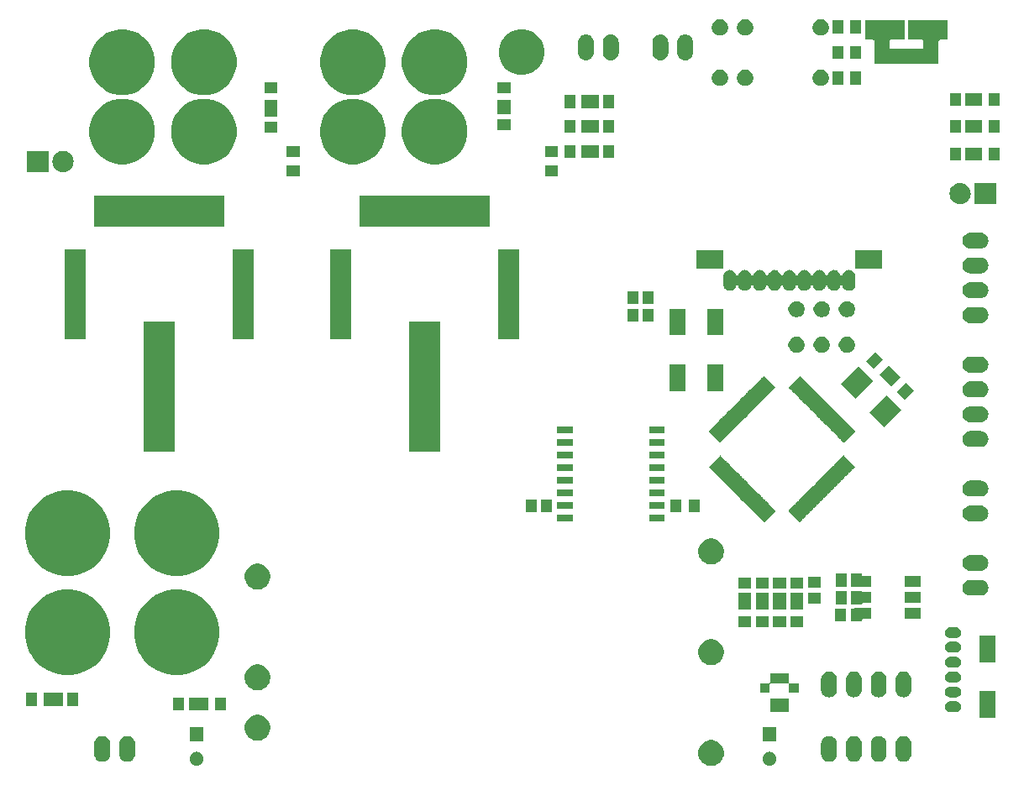
<source format=gbr>
G04 #@! TF.GenerationSoftware,KiCad,Pcbnew,(5.0.2)-1*
G04 #@! TF.CreationDate,2019-05-02T15:47:21+09:00*
G04 #@! TF.ProjectId,Electrocity_Manager,456c6563-7472-46f6-9369-74795f4d616e,rev?*
G04 #@! TF.SameCoordinates,Original*
G04 #@! TF.FileFunction,Soldermask,Top*
G04 #@! TF.FilePolarity,Negative*
%FSLAX46Y46*%
G04 Gerber Fmt 4.6, Leading zero omitted, Abs format (unit mm)*
G04 Created by KiCad (PCBNEW (5.0.2)-1) date 2019/05/02 15:47:21*
%MOMM*%
%LPD*%
G01*
G04 APERTURE LIST*
%ADD10C,0.100000*%
G04 APERTURE END LIST*
D10*
G36*
X118489485Y-170908996D02*
X118489487Y-170908997D01*
X118489488Y-170908997D01*
X118590892Y-170951000D01*
X118726255Y-171007069D01*
X118939342Y-171149449D01*
X119120551Y-171330658D01*
X119262931Y-171543745D01*
X119361004Y-171780515D01*
X119411000Y-172031861D01*
X119411000Y-172288139D01*
X119385179Y-172417951D01*
X119361003Y-172539488D01*
X119295691Y-172697165D01*
X119262931Y-172776255D01*
X119120551Y-172989342D01*
X118939342Y-173170551D01*
X118939339Y-173170553D01*
X118726255Y-173312931D01*
X118489488Y-173411003D01*
X118489487Y-173411003D01*
X118489485Y-173411004D01*
X118238139Y-173461000D01*
X117981861Y-173461000D01*
X117730515Y-173411004D01*
X117730513Y-173411003D01*
X117730512Y-173411003D01*
X117493745Y-173312931D01*
X117280661Y-173170553D01*
X117280658Y-173170551D01*
X117099449Y-172989342D01*
X116957069Y-172776255D01*
X116924309Y-172697165D01*
X116858997Y-172539488D01*
X116834822Y-172417951D01*
X116809000Y-172288139D01*
X116809000Y-172031861D01*
X116858996Y-171780515D01*
X116957069Y-171543745D01*
X117099449Y-171330658D01*
X117280658Y-171149449D01*
X117493745Y-171007069D01*
X117629108Y-170951000D01*
X117730512Y-170908997D01*
X117730513Y-170908997D01*
X117730515Y-170908996D01*
X117981861Y-170859000D01*
X118238139Y-170859000D01*
X118489485Y-170908996D01*
X118489485Y-170908996D01*
G37*
G36*
X124204472Y-172075938D02*
X124332049Y-172128782D01*
X124446865Y-172205500D01*
X124544500Y-172303135D01*
X124621218Y-172417951D01*
X124674062Y-172545528D01*
X124701000Y-172680956D01*
X124701000Y-172819044D01*
X124674062Y-172954472D01*
X124621218Y-173082049D01*
X124544500Y-173196865D01*
X124446865Y-173294500D01*
X124332049Y-173371218D01*
X124204472Y-173424062D01*
X124069044Y-173451000D01*
X123930956Y-173451000D01*
X123795528Y-173424062D01*
X123667951Y-173371218D01*
X123553135Y-173294500D01*
X123455500Y-173196865D01*
X123378782Y-173082049D01*
X123325938Y-172954472D01*
X123299000Y-172819044D01*
X123299000Y-172680956D01*
X123325938Y-172545528D01*
X123378782Y-172417951D01*
X123455500Y-172303135D01*
X123553135Y-172205500D01*
X123667951Y-172128782D01*
X123795528Y-172075938D01*
X123930956Y-172049000D01*
X124069044Y-172049000D01*
X124204472Y-172075938D01*
X124204472Y-172075938D01*
G37*
G36*
X66454472Y-172075938D02*
X66582049Y-172128782D01*
X66696865Y-172205500D01*
X66794500Y-172303135D01*
X66871218Y-172417951D01*
X66924062Y-172545528D01*
X66951000Y-172680956D01*
X66951000Y-172819044D01*
X66924062Y-172954472D01*
X66871218Y-173082049D01*
X66794500Y-173196865D01*
X66696865Y-173294500D01*
X66582049Y-173371218D01*
X66454472Y-173424062D01*
X66319044Y-173451000D01*
X66180956Y-173451000D01*
X66045528Y-173424062D01*
X65917951Y-173371218D01*
X65803135Y-173294500D01*
X65705500Y-173196865D01*
X65628782Y-173082049D01*
X65575938Y-172954472D01*
X65549000Y-172819044D01*
X65549000Y-172680956D01*
X65575938Y-172545528D01*
X65628782Y-172417951D01*
X65705500Y-172303135D01*
X65803135Y-172205500D01*
X65917951Y-172128782D01*
X66045528Y-172075938D01*
X66180956Y-172049000D01*
X66319044Y-172049000D01*
X66454472Y-172075938D01*
X66454472Y-172075938D01*
G37*
G36*
X132657024Y-170460590D02*
X132808011Y-170506392D01*
X132947161Y-170580768D01*
X133007822Y-170630551D01*
X133069133Y-170680867D01*
X133069134Y-170680869D01*
X133069136Y-170680870D01*
X133169230Y-170802835D01*
X133243608Y-170941988D01*
X133289410Y-171092975D01*
X133301000Y-171210654D01*
X133301000Y-172289346D01*
X133289410Y-172407025D01*
X133243608Y-172558012D01*
X133169230Y-172697165D01*
X133069133Y-172819133D01*
X132947165Y-172919230D01*
X132808012Y-172993608D01*
X132657025Y-173039410D01*
X132500000Y-173054875D01*
X132342976Y-173039410D01*
X132191989Y-172993608D01*
X132052836Y-172919230D01*
X131930868Y-172819133D01*
X131830771Y-172697165D01*
X131756393Y-172558012D01*
X131710591Y-172407025D01*
X131699001Y-172289346D01*
X131699000Y-171210655D01*
X131710590Y-171092976D01*
X131756392Y-170941989D01*
X131830768Y-170802839D01*
X131930865Y-170680870D01*
X131930867Y-170680867D01*
X131930869Y-170680866D01*
X131930870Y-170680864D01*
X132052835Y-170580770D01*
X132191988Y-170506392D01*
X132342975Y-170460590D01*
X132500000Y-170445125D01*
X132657024Y-170460590D01*
X132657024Y-170460590D01*
G37*
G36*
X130157024Y-170460590D02*
X130308011Y-170506392D01*
X130447161Y-170580768D01*
X130507822Y-170630551D01*
X130569133Y-170680867D01*
X130569134Y-170680869D01*
X130569136Y-170680870D01*
X130669230Y-170802835D01*
X130743608Y-170941988D01*
X130789410Y-171092975D01*
X130801000Y-171210654D01*
X130801000Y-172289346D01*
X130789410Y-172407025D01*
X130743608Y-172558012D01*
X130669230Y-172697165D01*
X130569133Y-172819133D01*
X130447165Y-172919230D01*
X130308012Y-172993608D01*
X130157025Y-173039410D01*
X130000000Y-173054875D01*
X129842976Y-173039410D01*
X129691989Y-172993608D01*
X129552836Y-172919230D01*
X129430868Y-172819133D01*
X129330771Y-172697165D01*
X129256393Y-172558012D01*
X129210591Y-172407025D01*
X129199001Y-172289346D01*
X129199000Y-171210655D01*
X129210590Y-171092976D01*
X129256392Y-170941989D01*
X129330768Y-170802839D01*
X129430865Y-170680870D01*
X129430867Y-170680867D01*
X129430869Y-170680866D01*
X129430870Y-170680864D01*
X129552835Y-170580770D01*
X129691988Y-170506392D01*
X129842975Y-170460590D01*
X130000000Y-170445125D01*
X130157024Y-170460590D01*
X130157024Y-170460590D01*
G37*
G36*
X135157024Y-170460590D02*
X135308011Y-170506392D01*
X135447161Y-170580768D01*
X135507822Y-170630551D01*
X135569133Y-170680867D01*
X135569134Y-170680869D01*
X135569136Y-170680870D01*
X135669230Y-170802835D01*
X135743608Y-170941988D01*
X135789410Y-171092975D01*
X135801000Y-171210654D01*
X135801000Y-172289346D01*
X135789410Y-172407025D01*
X135743608Y-172558012D01*
X135669230Y-172697165D01*
X135569133Y-172819133D01*
X135447165Y-172919230D01*
X135308012Y-172993608D01*
X135157025Y-173039410D01*
X135000000Y-173054875D01*
X134842976Y-173039410D01*
X134691989Y-172993608D01*
X134552836Y-172919230D01*
X134430868Y-172819133D01*
X134330771Y-172697165D01*
X134256393Y-172558012D01*
X134210591Y-172407025D01*
X134199001Y-172289346D01*
X134199000Y-171210655D01*
X134210590Y-171092976D01*
X134256392Y-170941989D01*
X134330768Y-170802839D01*
X134430865Y-170680870D01*
X134430867Y-170680867D01*
X134430869Y-170680866D01*
X134430870Y-170680864D01*
X134552835Y-170580770D01*
X134691988Y-170506392D01*
X134842975Y-170460590D01*
X135000000Y-170445125D01*
X135157024Y-170460590D01*
X135157024Y-170460590D01*
G37*
G36*
X59407025Y-170460590D02*
X59558012Y-170506392D01*
X59697165Y-170580770D01*
X59819133Y-170680867D01*
X59919230Y-170802835D01*
X59993608Y-170941988D01*
X60039410Y-171092975D01*
X60051000Y-171210654D01*
X60051000Y-172289346D01*
X60039410Y-172407025D01*
X59993608Y-172558012D01*
X59919230Y-172697165D01*
X59819136Y-172819130D01*
X59819134Y-172819131D01*
X59819133Y-172819133D01*
X59819129Y-172819136D01*
X59697161Y-172919232D01*
X59558011Y-172993608D01*
X59407024Y-173039410D01*
X59250000Y-173054875D01*
X59092975Y-173039410D01*
X58941988Y-172993608D01*
X58802835Y-172919230D01*
X58680870Y-172819136D01*
X58680869Y-172819134D01*
X58680867Y-172819133D01*
X58630819Y-172758148D01*
X58580768Y-172697161D01*
X58506392Y-172558011D01*
X58460590Y-172407024D01*
X58449000Y-172289345D01*
X58449001Y-171210654D01*
X58460591Y-171092975D01*
X58506393Y-170941988D01*
X58580771Y-170802835D01*
X58680868Y-170680867D01*
X58802836Y-170580770D01*
X58941989Y-170506392D01*
X59092976Y-170460590D01*
X59250000Y-170445125D01*
X59407025Y-170460590D01*
X59407025Y-170460590D01*
G37*
G36*
X137657024Y-170460590D02*
X137808011Y-170506392D01*
X137947161Y-170580768D01*
X138007822Y-170630551D01*
X138069133Y-170680867D01*
X138069134Y-170680869D01*
X138069136Y-170680870D01*
X138169230Y-170802835D01*
X138243608Y-170941988D01*
X138289410Y-171092975D01*
X138301000Y-171210654D01*
X138301000Y-172289346D01*
X138289410Y-172407025D01*
X138243608Y-172558012D01*
X138169230Y-172697165D01*
X138069133Y-172819133D01*
X137947165Y-172919230D01*
X137808012Y-172993608D01*
X137657025Y-173039410D01*
X137500000Y-173054875D01*
X137342976Y-173039410D01*
X137191989Y-172993608D01*
X137052836Y-172919230D01*
X136930868Y-172819133D01*
X136830771Y-172697165D01*
X136756393Y-172558012D01*
X136710591Y-172407025D01*
X136699001Y-172289346D01*
X136699000Y-171210655D01*
X136710590Y-171092976D01*
X136756392Y-170941989D01*
X136830768Y-170802839D01*
X136930865Y-170680870D01*
X136930867Y-170680867D01*
X136930869Y-170680866D01*
X136930870Y-170680864D01*
X137052835Y-170580770D01*
X137191988Y-170506392D01*
X137342975Y-170460590D01*
X137500000Y-170445125D01*
X137657024Y-170460590D01*
X137657024Y-170460590D01*
G37*
G36*
X56907025Y-170460590D02*
X57058012Y-170506392D01*
X57197165Y-170580770D01*
X57319133Y-170680867D01*
X57419230Y-170802835D01*
X57493608Y-170941988D01*
X57539410Y-171092975D01*
X57551000Y-171210654D01*
X57551000Y-172289346D01*
X57539410Y-172407025D01*
X57493608Y-172558012D01*
X57419230Y-172697165D01*
X57319136Y-172819130D01*
X57319134Y-172819131D01*
X57319133Y-172819133D01*
X57319129Y-172819136D01*
X57197161Y-172919232D01*
X57058011Y-172993608D01*
X56907024Y-173039410D01*
X56750000Y-173054875D01*
X56592975Y-173039410D01*
X56441988Y-172993608D01*
X56302835Y-172919230D01*
X56180870Y-172819136D01*
X56180869Y-172819134D01*
X56180867Y-172819133D01*
X56130819Y-172758148D01*
X56080768Y-172697161D01*
X56006392Y-172558011D01*
X55960590Y-172407024D01*
X55949000Y-172289345D01*
X55949001Y-171210654D01*
X55960591Y-171092975D01*
X56006393Y-170941988D01*
X56080771Y-170802835D01*
X56180868Y-170680867D01*
X56302836Y-170580770D01*
X56441989Y-170506392D01*
X56592976Y-170460590D01*
X56750000Y-170445125D01*
X56907025Y-170460590D01*
X56907025Y-170460590D01*
G37*
G36*
X66951000Y-170951000D02*
X65549000Y-170951000D01*
X65549000Y-169549000D01*
X66951000Y-169549000D01*
X66951000Y-170951000D01*
X66951000Y-170951000D01*
G37*
G36*
X124701000Y-170951000D02*
X123299000Y-170951000D01*
X123299000Y-169549000D01*
X124701000Y-169549000D01*
X124701000Y-170951000D01*
X124701000Y-170951000D01*
G37*
G36*
X72769485Y-168368996D02*
X72769487Y-168368997D01*
X72769488Y-168368997D01*
X73006255Y-168467069D01*
X73219342Y-168609449D01*
X73400551Y-168790658D01*
X73542931Y-169003745D01*
X73641004Y-169240515D01*
X73691000Y-169491861D01*
X73691000Y-169748139D01*
X73641004Y-169999485D01*
X73542931Y-170236255D01*
X73400551Y-170449342D01*
X73219342Y-170630551D01*
X73219339Y-170630553D01*
X73006255Y-170772931D01*
X72769488Y-170871003D01*
X72769487Y-170871003D01*
X72769485Y-170871004D01*
X72518139Y-170921000D01*
X72261861Y-170921000D01*
X72010515Y-170871004D01*
X72010513Y-170871003D01*
X72010512Y-170871003D01*
X71773745Y-170772931D01*
X71560661Y-170630553D01*
X71560658Y-170630551D01*
X71379449Y-170449342D01*
X71237069Y-170236255D01*
X71138996Y-169999485D01*
X71089000Y-169748139D01*
X71089000Y-169491861D01*
X71138996Y-169240515D01*
X71237069Y-169003745D01*
X71379449Y-168790658D01*
X71560658Y-168609449D01*
X71773745Y-168467069D01*
X72010512Y-168368997D01*
X72010513Y-168368997D01*
X72010515Y-168368996D01*
X72261861Y-168319000D01*
X72518139Y-168319000D01*
X72769485Y-168368996D01*
X72769485Y-168368996D01*
G37*
G36*
X146801000Y-168651000D02*
X145199000Y-168651000D01*
X145199000Y-165949000D01*
X146801000Y-165949000D01*
X146801000Y-168651000D01*
X146801000Y-168651000D01*
G37*
G36*
X125951000Y-168051000D02*
X124049000Y-168051000D01*
X124049000Y-166649000D01*
X125951000Y-166649000D01*
X125951000Y-168051000D01*
X125951000Y-168051000D01*
G37*
G36*
X142870015Y-166956973D02*
X142973879Y-166988479D01*
X143069600Y-167039644D01*
X143153501Y-167108499D01*
X143222356Y-167192400D01*
X143273521Y-167288121D01*
X143305027Y-167391985D01*
X143315666Y-167500000D01*
X143305027Y-167608015D01*
X143273521Y-167711879D01*
X143222356Y-167807600D01*
X143153501Y-167891501D01*
X143069600Y-167960356D01*
X142973879Y-168011521D01*
X142870015Y-168043027D01*
X142789067Y-168051000D01*
X142210933Y-168051000D01*
X142129985Y-168043027D01*
X142026121Y-168011521D01*
X141930400Y-167960356D01*
X141846499Y-167891501D01*
X141777644Y-167807600D01*
X141726479Y-167711879D01*
X141694973Y-167608015D01*
X141684334Y-167500000D01*
X141694973Y-167391985D01*
X141726479Y-167288121D01*
X141777644Y-167192400D01*
X141846499Y-167108499D01*
X141930400Y-167039644D01*
X142026121Y-166988479D01*
X142129985Y-166956973D01*
X142210933Y-166949000D01*
X142789067Y-166949000D01*
X142870015Y-166956973D01*
X142870015Y-166956973D01*
G37*
G36*
X67421000Y-167901000D02*
X65479000Y-167901000D01*
X65479000Y-166599000D01*
X67421000Y-166599000D01*
X67421000Y-167901000D01*
X67421000Y-167901000D01*
G37*
G36*
X65021000Y-167901000D02*
X63919000Y-167901000D01*
X63919000Y-166599000D01*
X65021000Y-166599000D01*
X65021000Y-167901000D01*
X65021000Y-167901000D01*
G37*
G36*
X69181000Y-167901000D02*
X68079000Y-167901000D01*
X68079000Y-166599000D01*
X69181000Y-166599000D01*
X69181000Y-167901000D01*
X69181000Y-167901000D01*
G37*
G36*
X54331000Y-167401000D02*
X53229000Y-167401000D01*
X53229000Y-166099000D01*
X54331000Y-166099000D01*
X54331000Y-167401000D01*
X54331000Y-167401000D01*
G37*
G36*
X50171000Y-167401000D02*
X49069000Y-167401000D01*
X49069000Y-166099000D01*
X50171000Y-166099000D01*
X50171000Y-167401000D01*
X50171000Y-167401000D01*
G37*
G36*
X52771000Y-167401000D02*
X50829000Y-167401000D01*
X50829000Y-166099000D01*
X52771000Y-166099000D01*
X52771000Y-167401000D01*
X52771000Y-167401000D01*
G37*
G36*
X137657025Y-163960590D02*
X137808012Y-164006392D01*
X137947165Y-164080770D01*
X138069133Y-164180867D01*
X138169230Y-164302835D01*
X138243608Y-164441988D01*
X138289410Y-164592975D01*
X138301000Y-164710654D01*
X138301000Y-165789346D01*
X138289410Y-165907025D01*
X138243608Y-166058012D01*
X138169230Y-166197165D01*
X138069136Y-166319130D01*
X138069134Y-166319131D01*
X138069133Y-166319133D01*
X138069129Y-166319136D01*
X137947161Y-166419232D01*
X137808011Y-166493608D01*
X137657024Y-166539410D01*
X137500000Y-166554875D01*
X137342975Y-166539410D01*
X137191988Y-166493608D01*
X137052835Y-166419230D01*
X136930870Y-166319136D01*
X136930869Y-166319134D01*
X136930867Y-166319133D01*
X136842847Y-166211879D01*
X136830768Y-166197161D01*
X136756392Y-166058011D01*
X136710590Y-165907024D01*
X136699000Y-165789345D01*
X136699001Y-164710654D01*
X136710591Y-164592975D01*
X136756393Y-164441988D01*
X136830771Y-164302835D01*
X136930868Y-164180867D01*
X137052836Y-164080770D01*
X137191989Y-164006392D01*
X137342976Y-163960590D01*
X137500000Y-163945125D01*
X137657025Y-163960590D01*
X137657025Y-163960590D01*
G37*
G36*
X130157025Y-163960590D02*
X130308012Y-164006392D01*
X130447165Y-164080770D01*
X130569133Y-164180867D01*
X130669230Y-164302835D01*
X130743608Y-164441988D01*
X130789410Y-164592975D01*
X130801000Y-164710654D01*
X130801000Y-165789346D01*
X130789410Y-165907025D01*
X130743608Y-166058012D01*
X130669230Y-166197165D01*
X130569136Y-166319130D01*
X130569134Y-166319131D01*
X130569133Y-166319133D01*
X130569129Y-166319136D01*
X130447161Y-166419232D01*
X130308011Y-166493608D01*
X130157024Y-166539410D01*
X130000000Y-166554875D01*
X129842975Y-166539410D01*
X129691988Y-166493608D01*
X129552835Y-166419230D01*
X129430870Y-166319136D01*
X129430869Y-166319134D01*
X129430867Y-166319133D01*
X129342847Y-166211879D01*
X129330768Y-166197161D01*
X129256392Y-166058011D01*
X129210590Y-165907024D01*
X129199000Y-165789345D01*
X129199001Y-164710654D01*
X129210591Y-164592975D01*
X129256393Y-164441988D01*
X129330771Y-164302835D01*
X129430868Y-164180867D01*
X129552836Y-164080770D01*
X129691989Y-164006392D01*
X129842976Y-163960590D01*
X130000000Y-163945125D01*
X130157025Y-163960590D01*
X130157025Y-163960590D01*
G37*
G36*
X132657025Y-163960590D02*
X132808012Y-164006392D01*
X132947165Y-164080770D01*
X133069133Y-164180867D01*
X133169230Y-164302835D01*
X133243608Y-164441988D01*
X133289410Y-164592975D01*
X133301000Y-164710654D01*
X133301000Y-165789346D01*
X133289410Y-165907025D01*
X133243608Y-166058012D01*
X133169230Y-166197165D01*
X133069136Y-166319130D01*
X133069134Y-166319131D01*
X133069133Y-166319133D01*
X133069129Y-166319136D01*
X132947161Y-166419232D01*
X132808011Y-166493608D01*
X132657024Y-166539410D01*
X132500000Y-166554875D01*
X132342975Y-166539410D01*
X132191988Y-166493608D01*
X132052835Y-166419230D01*
X131930870Y-166319136D01*
X131930869Y-166319134D01*
X131930867Y-166319133D01*
X131842847Y-166211879D01*
X131830768Y-166197161D01*
X131756392Y-166058011D01*
X131710590Y-165907024D01*
X131699000Y-165789345D01*
X131699001Y-164710654D01*
X131710591Y-164592975D01*
X131756393Y-164441988D01*
X131830771Y-164302835D01*
X131930868Y-164180867D01*
X132052836Y-164080770D01*
X132191989Y-164006392D01*
X132342976Y-163960590D01*
X132500000Y-163945125D01*
X132657025Y-163960590D01*
X132657025Y-163960590D01*
G37*
G36*
X135157025Y-163960590D02*
X135308012Y-164006392D01*
X135447165Y-164080770D01*
X135569133Y-164180867D01*
X135669230Y-164302835D01*
X135743608Y-164441988D01*
X135789410Y-164592975D01*
X135801000Y-164710654D01*
X135801000Y-165789346D01*
X135789410Y-165907025D01*
X135743608Y-166058012D01*
X135669230Y-166197165D01*
X135569136Y-166319130D01*
X135569134Y-166319131D01*
X135569133Y-166319133D01*
X135569129Y-166319136D01*
X135447161Y-166419232D01*
X135308011Y-166493608D01*
X135157024Y-166539410D01*
X135000000Y-166554875D01*
X134842975Y-166539410D01*
X134691988Y-166493608D01*
X134552835Y-166419230D01*
X134430870Y-166319136D01*
X134430869Y-166319134D01*
X134430867Y-166319133D01*
X134342847Y-166211879D01*
X134330768Y-166197161D01*
X134256392Y-166058011D01*
X134210590Y-165907024D01*
X134199000Y-165789345D01*
X134199001Y-164710654D01*
X134210591Y-164592975D01*
X134256393Y-164441988D01*
X134330771Y-164302835D01*
X134430868Y-164180867D01*
X134552836Y-164080770D01*
X134691989Y-164006392D01*
X134842976Y-163960590D01*
X135000000Y-163945125D01*
X135157025Y-163960590D01*
X135157025Y-163960590D01*
G37*
G36*
X142870015Y-165456973D02*
X142973879Y-165488479D01*
X143069600Y-165539644D01*
X143153501Y-165608499D01*
X143222356Y-165692400D01*
X143273521Y-165788121D01*
X143305027Y-165891985D01*
X143315666Y-166000000D01*
X143305027Y-166108015D01*
X143273521Y-166211879D01*
X143222356Y-166307600D01*
X143153501Y-166391501D01*
X143069600Y-166460356D01*
X142973879Y-166511521D01*
X142870015Y-166543027D01*
X142789067Y-166551000D01*
X142210933Y-166551000D01*
X142129985Y-166543027D01*
X142026121Y-166511521D01*
X141930400Y-166460356D01*
X141846499Y-166391501D01*
X141777644Y-166307600D01*
X141726479Y-166211879D01*
X141694973Y-166108015D01*
X141684334Y-166000000D01*
X141694973Y-165891985D01*
X141726479Y-165788121D01*
X141777644Y-165692400D01*
X141846499Y-165608499D01*
X141930400Y-165539644D01*
X142026121Y-165488479D01*
X142129985Y-165456973D01*
X142210933Y-165449000D01*
X142789067Y-165449000D01*
X142870015Y-165456973D01*
X142870015Y-165456973D01*
G37*
G36*
X125951000Y-165024000D02*
X125953402Y-165048386D01*
X125960515Y-165071835D01*
X125972066Y-165093446D01*
X125987612Y-165112388D01*
X126006554Y-165127934D01*
X126028165Y-165139485D01*
X126051614Y-165146598D01*
X126076000Y-165149000D01*
X126926000Y-165149000D01*
X126926000Y-166051000D01*
X125974000Y-166051000D01*
X125974000Y-165251000D01*
X125971598Y-165226614D01*
X125964485Y-165203165D01*
X125952934Y-165181554D01*
X125937388Y-165162612D01*
X125918446Y-165147066D01*
X125896835Y-165135515D01*
X125873386Y-165128402D01*
X125849000Y-165126000D01*
X124151000Y-165126000D01*
X124126614Y-165128402D01*
X124103165Y-165135515D01*
X124081554Y-165147066D01*
X124062612Y-165162612D01*
X124047066Y-165181554D01*
X124035515Y-165203165D01*
X124028402Y-165226614D01*
X124026000Y-165251000D01*
X124026000Y-166051000D01*
X123074000Y-166051000D01*
X123074000Y-165149000D01*
X123924000Y-165149000D01*
X123948386Y-165146598D01*
X123971835Y-165139485D01*
X123993446Y-165127934D01*
X124012388Y-165112388D01*
X124027934Y-165093446D01*
X124039485Y-165071835D01*
X124046598Y-165048386D01*
X124049000Y-165024000D01*
X124049000Y-164174000D01*
X125951000Y-164174000D01*
X125951000Y-165024000D01*
X125951000Y-165024000D01*
G37*
G36*
X72769485Y-163288996D02*
X72769487Y-163288997D01*
X72769488Y-163288997D01*
X73006255Y-163387069D01*
X73219342Y-163529449D01*
X73400551Y-163710658D01*
X73400553Y-163710661D01*
X73542931Y-163923745D01*
X73619459Y-164108499D01*
X73641004Y-164160515D01*
X73691000Y-164411861D01*
X73691000Y-164668139D01*
X73646571Y-164891500D01*
X73641003Y-164919488D01*
X73587612Y-165048386D01*
X73542931Y-165156255D01*
X73400551Y-165369342D01*
X73219342Y-165550551D01*
X73219339Y-165550553D01*
X73006255Y-165692931D01*
X72769488Y-165791003D01*
X72769487Y-165791003D01*
X72769485Y-165791004D01*
X72518139Y-165841000D01*
X72261861Y-165841000D01*
X72010515Y-165791004D01*
X72010513Y-165791003D01*
X72010512Y-165791003D01*
X71773745Y-165692931D01*
X71560661Y-165550553D01*
X71560658Y-165550551D01*
X71379449Y-165369342D01*
X71237069Y-165156255D01*
X71192388Y-165048386D01*
X71138997Y-164919488D01*
X71133430Y-164891500D01*
X71089000Y-164668139D01*
X71089000Y-164411861D01*
X71138996Y-164160515D01*
X71160542Y-164108499D01*
X71237069Y-163923745D01*
X71379447Y-163710661D01*
X71379449Y-163710658D01*
X71560658Y-163529449D01*
X71773745Y-163387069D01*
X72010512Y-163288997D01*
X72010513Y-163288997D01*
X72010515Y-163288996D01*
X72261861Y-163239000D01*
X72518139Y-163239000D01*
X72769485Y-163288996D01*
X72769485Y-163288996D01*
G37*
G36*
X142870015Y-163956973D02*
X142973879Y-163988479D01*
X143069600Y-164039644D01*
X143153501Y-164108499D01*
X143222356Y-164192400D01*
X143273521Y-164288121D01*
X143305027Y-164391985D01*
X143315666Y-164500000D01*
X143305027Y-164608015D01*
X143273521Y-164711879D01*
X143222356Y-164807600D01*
X143153501Y-164891501D01*
X143069600Y-164960356D01*
X142973879Y-165011521D01*
X142870015Y-165043027D01*
X142789067Y-165051000D01*
X142210933Y-165051000D01*
X142129985Y-165043027D01*
X142026121Y-165011521D01*
X141930400Y-164960356D01*
X141846499Y-164891501D01*
X141777644Y-164807600D01*
X141726479Y-164711879D01*
X141694973Y-164608015D01*
X141684334Y-164500000D01*
X141694973Y-164391985D01*
X141726479Y-164288121D01*
X141777644Y-164192400D01*
X141846499Y-164108499D01*
X141930400Y-164039644D01*
X142026121Y-163988479D01*
X142129985Y-163956973D01*
X142210933Y-163949000D01*
X142789067Y-163949000D01*
X142870015Y-163956973D01*
X142870015Y-163956973D01*
G37*
G36*
X54504555Y-155864284D02*
X55240759Y-156169230D01*
X55287288Y-156188503D01*
X55901640Y-156599000D01*
X55991731Y-156659197D01*
X56590803Y-157258269D01*
X56590805Y-157258272D01*
X56886627Y-157701000D01*
X57061498Y-157962714D01*
X57385716Y-158745445D01*
X57551000Y-159576387D01*
X57551000Y-160423613D01*
X57385716Y-161254555D01*
X57072170Y-162011521D01*
X57061497Y-162037288D01*
X57000792Y-162128139D01*
X56590803Y-162741731D01*
X55991731Y-163340803D01*
X55991728Y-163340805D01*
X55287288Y-163811497D01*
X55287287Y-163811498D01*
X55287286Y-163811498D01*
X54504555Y-164135716D01*
X53673613Y-164301000D01*
X52826387Y-164301000D01*
X51995445Y-164135716D01*
X51212714Y-163811498D01*
X51212713Y-163811498D01*
X51212712Y-163811497D01*
X50508272Y-163340805D01*
X50508269Y-163340803D01*
X49909197Y-162741731D01*
X49499208Y-162128139D01*
X49438503Y-162037288D01*
X49427830Y-162011521D01*
X49114284Y-161254555D01*
X48949000Y-160423613D01*
X48949000Y-159576387D01*
X49114284Y-158745445D01*
X49438502Y-157962714D01*
X49613374Y-157701000D01*
X49909195Y-157258272D01*
X49909197Y-157258269D01*
X50508269Y-156659197D01*
X50598360Y-156599000D01*
X51212712Y-156188503D01*
X51259241Y-156169230D01*
X51995445Y-155864284D01*
X52826387Y-155699000D01*
X53673613Y-155699000D01*
X54504555Y-155864284D01*
X54504555Y-155864284D01*
G37*
G36*
X65504555Y-155864284D02*
X66240759Y-156169230D01*
X66287288Y-156188503D01*
X66901640Y-156599000D01*
X66991731Y-156659197D01*
X67590803Y-157258269D01*
X67590805Y-157258272D01*
X67886627Y-157701000D01*
X68061498Y-157962714D01*
X68385716Y-158745445D01*
X68551000Y-159576387D01*
X68551000Y-160423613D01*
X68385716Y-161254555D01*
X68072170Y-162011521D01*
X68061497Y-162037288D01*
X68000792Y-162128139D01*
X67590803Y-162741731D01*
X66991731Y-163340803D01*
X66991728Y-163340805D01*
X66287288Y-163811497D01*
X66287287Y-163811498D01*
X66287286Y-163811498D01*
X65504555Y-164135716D01*
X64673613Y-164301000D01*
X63826387Y-164301000D01*
X62995445Y-164135716D01*
X62212714Y-163811498D01*
X62212713Y-163811498D01*
X62212712Y-163811497D01*
X61508272Y-163340805D01*
X61508269Y-163340803D01*
X60909197Y-162741731D01*
X60499208Y-162128139D01*
X60438503Y-162037288D01*
X60427830Y-162011521D01*
X60114284Y-161254555D01*
X59949000Y-160423613D01*
X59949000Y-159576387D01*
X60114284Y-158745445D01*
X60438502Y-157962714D01*
X60613374Y-157701000D01*
X60909195Y-157258272D01*
X60909197Y-157258269D01*
X61508269Y-156659197D01*
X61598360Y-156599000D01*
X62212712Y-156188503D01*
X62259241Y-156169230D01*
X62995445Y-155864284D01*
X63826387Y-155699000D01*
X64673613Y-155699000D01*
X65504555Y-155864284D01*
X65504555Y-155864284D01*
G37*
G36*
X142870015Y-162456973D02*
X142973879Y-162488479D01*
X143069600Y-162539644D01*
X143153501Y-162608499D01*
X143222356Y-162692400D01*
X143273521Y-162788121D01*
X143305027Y-162891985D01*
X143315666Y-163000000D01*
X143305027Y-163108015D01*
X143273521Y-163211879D01*
X143222356Y-163307600D01*
X143153501Y-163391501D01*
X143069600Y-163460356D01*
X142973879Y-163511521D01*
X142870015Y-163543027D01*
X142789067Y-163551000D01*
X142210933Y-163551000D01*
X142129985Y-163543027D01*
X142026121Y-163511521D01*
X141930400Y-163460356D01*
X141846499Y-163391501D01*
X141777644Y-163307600D01*
X141726479Y-163211879D01*
X141694973Y-163108015D01*
X141684334Y-163000000D01*
X141694973Y-162891985D01*
X141726479Y-162788121D01*
X141777644Y-162692400D01*
X141846499Y-162608499D01*
X141930400Y-162539644D01*
X142026121Y-162488479D01*
X142129985Y-162456973D01*
X142210933Y-162449000D01*
X142789067Y-162449000D01*
X142870015Y-162456973D01*
X142870015Y-162456973D01*
G37*
G36*
X118489485Y-160748996D02*
X118489487Y-160748997D01*
X118489488Y-160748997D01*
X118726255Y-160847069D01*
X118939342Y-160989449D01*
X119120551Y-161170658D01*
X119120553Y-161170661D01*
X119262931Y-161383745D01*
X119355827Y-161608015D01*
X119361004Y-161620515D01*
X119411000Y-161871861D01*
X119411000Y-162128139D01*
X119361004Y-162379485D01*
X119262931Y-162616255D01*
X119120551Y-162829342D01*
X118939342Y-163010551D01*
X118939339Y-163010553D01*
X118726255Y-163152931D01*
X118489488Y-163251003D01*
X118489487Y-163251003D01*
X118489485Y-163251004D01*
X118238139Y-163301000D01*
X117981861Y-163301000D01*
X117730515Y-163251004D01*
X117730513Y-163251003D01*
X117730512Y-163251003D01*
X117493745Y-163152931D01*
X117280661Y-163010553D01*
X117280658Y-163010551D01*
X117099449Y-162829342D01*
X116957069Y-162616255D01*
X116858996Y-162379485D01*
X116809000Y-162128139D01*
X116809000Y-161871861D01*
X116858996Y-161620515D01*
X116864174Y-161608015D01*
X116957069Y-161383745D01*
X117099447Y-161170661D01*
X117099449Y-161170658D01*
X117280658Y-160989449D01*
X117493745Y-160847069D01*
X117730512Y-160748997D01*
X117730513Y-160748997D01*
X117730515Y-160748996D01*
X117981861Y-160699000D01*
X118238139Y-160699000D01*
X118489485Y-160748996D01*
X118489485Y-160748996D01*
G37*
G36*
X146801000Y-163051000D02*
X145199000Y-163051000D01*
X145199000Y-160349000D01*
X146801000Y-160349000D01*
X146801000Y-163051000D01*
X146801000Y-163051000D01*
G37*
G36*
X142870015Y-160956973D02*
X142973879Y-160988479D01*
X143069600Y-161039644D01*
X143153501Y-161108499D01*
X143222356Y-161192400D01*
X143273521Y-161288121D01*
X143305027Y-161391985D01*
X143315666Y-161500000D01*
X143305027Y-161608015D01*
X143273521Y-161711879D01*
X143222356Y-161807600D01*
X143153501Y-161891501D01*
X143069600Y-161960356D01*
X142973879Y-162011521D01*
X142870015Y-162043027D01*
X142789067Y-162051000D01*
X142210933Y-162051000D01*
X142129985Y-162043027D01*
X142026121Y-162011521D01*
X141930400Y-161960356D01*
X141846499Y-161891501D01*
X141777644Y-161807600D01*
X141726479Y-161711879D01*
X141694973Y-161608015D01*
X141684334Y-161500000D01*
X141694973Y-161391985D01*
X141726479Y-161288121D01*
X141777644Y-161192400D01*
X141846499Y-161108499D01*
X141930400Y-161039644D01*
X142026121Y-160988479D01*
X142129985Y-160956973D01*
X142210933Y-160949000D01*
X142789067Y-160949000D01*
X142870015Y-160956973D01*
X142870015Y-160956973D01*
G37*
G36*
X142870015Y-159456973D02*
X142973879Y-159488479D01*
X143069600Y-159539644D01*
X143153501Y-159608499D01*
X143222356Y-159692400D01*
X143273521Y-159788121D01*
X143305027Y-159891985D01*
X143315666Y-160000000D01*
X143305027Y-160108015D01*
X143273521Y-160211879D01*
X143222356Y-160307600D01*
X143153501Y-160391501D01*
X143069600Y-160460356D01*
X142973879Y-160511521D01*
X142870015Y-160543027D01*
X142789067Y-160551000D01*
X142210933Y-160551000D01*
X142129985Y-160543027D01*
X142026121Y-160511521D01*
X141930400Y-160460356D01*
X141846499Y-160391501D01*
X141777644Y-160307600D01*
X141726479Y-160211879D01*
X141694973Y-160108015D01*
X141684334Y-160000000D01*
X141694973Y-159891985D01*
X141726479Y-159788121D01*
X141777644Y-159692400D01*
X141846499Y-159608499D01*
X141930400Y-159539644D01*
X142026121Y-159488479D01*
X142129985Y-159456973D01*
X142210933Y-159449000D01*
X142789067Y-159449000D01*
X142870015Y-159456973D01*
X142870015Y-159456973D01*
G37*
G36*
X123901000Y-159461000D02*
X122599000Y-159461000D01*
X122599000Y-158359000D01*
X123901000Y-158359000D01*
X123901000Y-159461000D01*
X123901000Y-159461000D01*
G37*
G36*
X127401000Y-159461000D02*
X126099000Y-159461000D01*
X126099000Y-158359000D01*
X127401000Y-158359000D01*
X127401000Y-159461000D01*
X127401000Y-159461000D01*
G37*
G36*
X125651000Y-159461000D02*
X124349000Y-159461000D01*
X124349000Y-158359000D01*
X125651000Y-158359000D01*
X125651000Y-159461000D01*
X125651000Y-159461000D01*
G37*
G36*
X122151000Y-159461000D02*
X120849000Y-159461000D01*
X120849000Y-158359000D01*
X122151000Y-158359000D01*
X122151000Y-159461000D01*
X122151000Y-159461000D01*
G37*
G36*
X131741000Y-158901000D02*
X130639000Y-158901000D01*
X130639000Y-157599000D01*
X131741000Y-157599000D01*
X131741000Y-158901000D01*
X131741000Y-158901000D01*
G37*
G36*
X134201000Y-158651000D02*
X133426000Y-158651000D01*
X133401614Y-158653402D01*
X133378165Y-158660515D01*
X133356554Y-158672066D01*
X133337612Y-158687612D01*
X133322066Y-158706554D01*
X133310515Y-158728165D01*
X133303402Y-158751614D01*
X133301000Y-158776000D01*
X133301000Y-158901000D01*
X132199000Y-158901000D01*
X132199000Y-157599000D01*
X132474000Y-157599000D01*
X132498386Y-157596598D01*
X132521835Y-157589485D01*
X132543446Y-157577934D01*
X132562388Y-157562388D01*
X132573376Y-157549000D01*
X134201000Y-157549000D01*
X134201000Y-158651000D01*
X134201000Y-158651000D01*
G37*
G36*
X139201000Y-158651000D02*
X137599000Y-158651000D01*
X137599000Y-157549000D01*
X139201000Y-157549000D01*
X139201000Y-158651000D01*
X139201000Y-158651000D01*
G37*
G36*
X127401000Y-157701000D02*
X126099000Y-157701000D01*
X126099000Y-156009000D01*
X127401000Y-156009000D01*
X127401000Y-157701000D01*
X127401000Y-157701000D01*
G37*
G36*
X125651000Y-157701000D02*
X124349000Y-157701000D01*
X124349000Y-156009000D01*
X125651000Y-156009000D01*
X125651000Y-157701000D01*
X125651000Y-157701000D01*
G37*
G36*
X123901000Y-157701000D02*
X122599000Y-157701000D01*
X122599000Y-156009000D01*
X123901000Y-156009000D01*
X123901000Y-157701000D01*
X123901000Y-157701000D01*
G37*
G36*
X122151000Y-157701000D02*
X120849000Y-157701000D01*
X120849000Y-156009000D01*
X122151000Y-156009000D01*
X122151000Y-157701000D01*
X122151000Y-157701000D01*
G37*
G36*
X133340515Y-155871835D02*
X133352066Y-155893446D01*
X133367612Y-155912388D01*
X133386554Y-155927934D01*
X133408165Y-155939485D01*
X133431614Y-155946598D01*
X133456000Y-155949000D01*
X134201000Y-155949000D01*
X134201000Y-157051000D01*
X133456000Y-157051000D01*
X133431614Y-157053402D01*
X133408165Y-157060515D01*
X133386554Y-157072066D01*
X133367612Y-157087612D01*
X133352066Y-157106554D01*
X133340515Y-157128165D01*
X133333588Y-157151000D01*
X132229000Y-157151000D01*
X132229000Y-155849000D01*
X133333588Y-155849000D01*
X133340515Y-155871835D01*
X133340515Y-155871835D01*
G37*
G36*
X131771000Y-157151000D02*
X130669000Y-157151000D01*
X130669000Y-155849000D01*
X131771000Y-155849000D01*
X131771000Y-157151000D01*
X131771000Y-157151000D01*
G37*
G36*
X129151000Y-157081000D02*
X127849000Y-157081000D01*
X127849000Y-155979000D01*
X129151000Y-155979000D01*
X129151000Y-157081000D01*
X129151000Y-157081000D01*
G37*
G36*
X139201000Y-157051000D02*
X137599000Y-157051000D01*
X137599000Y-155949000D01*
X139201000Y-155949000D01*
X139201000Y-157051000D01*
X139201000Y-157051000D01*
G37*
G36*
X145407025Y-154710590D02*
X145558012Y-154756392D01*
X145697165Y-154830770D01*
X145819133Y-154930867D01*
X145919230Y-155052835D01*
X145993608Y-155191988D01*
X146039410Y-155342975D01*
X146054875Y-155500000D01*
X146039410Y-155657025D01*
X145993608Y-155808012D01*
X145919230Y-155947165D01*
X145819133Y-156069133D01*
X145697165Y-156169230D01*
X145558012Y-156243608D01*
X145407025Y-156289410D01*
X145289346Y-156301000D01*
X144210654Y-156301000D01*
X144092975Y-156289410D01*
X143941988Y-156243608D01*
X143802835Y-156169230D01*
X143680867Y-156069133D01*
X143580770Y-155947165D01*
X143506392Y-155808012D01*
X143460590Y-155657025D01*
X143445125Y-155500000D01*
X143460590Y-155342975D01*
X143506392Y-155191988D01*
X143580770Y-155052835D01*
X143680867Y-154930867D01*
X143802835Y-154830770D01*
X143941988Y-154756392D01*
X144092975Y-154710590D01*
X144210654Y-154699000D01*
X145289346Y-154699000D01*
X145407025Y-154710590D01*
X145407025Y-154710590D01*
G37*
G36*
X72769485Y-153128996D02*
X72769487Y-153128997D01*
X72769488Y-153128997D01*
X73006255Y-153227069D01*
X73219342Y-153369449D01*
X73400551Y-153550658D01*
X73400553Y-153550661D01*
X73542931Y-153763745D01*
X73562711Y-153811497D01*
X73641004Y-154000515D01*
X73691000Y-154251861D01*
X73691000Y-154508139D01*
X73650730Y-154710590D01*
X73641003Y-154759488D01*
X73570016Y-154930867D01*
X73542931Y-154996255D01*
X73400551Y-155209342D01*
X73219342Y-155390551D01*
X73219339Y-155390553D01*
X73006255Y-155532931D01*
X72769488Y-155631003D01*
X72769487Y-155631003D01*
X72769485Y-155631004D01*
X72518139Y-155681000D01*
X72261861Y-155681000D01*
X72010515Y-155631004D01*
X72010513Y-155631003D01*
X72010512Y-155631003D01*
X71773745Y-155532931D01*
X71560661Y-155390553D01*
X71560658Y-155390551D01*
X71379449Y-155209342D01*
X71237069Y-154996255D01*
X71209984Y-154930867D01*
X71138997Y-154759488D01*
X71129271Y-154710590D01*
X71089000Y-154508139D01*
X71089000Y-154251861D01*
X71138996Y-154000515D01*
X71217290Y-153811497D01*
X71237069Y-153763745D01*
X71379447Y-153550661D01*
X71379449Y-153550658D01*
X71560658Y-153369449D01*
X71773745Y-153227069D01*
X72010512Y-153128997D01*
X72010513Y-153128997D01*
X72010515Y-153128996D01*
X72261861Y-153079000D01*
X72518139Y-153079000D01*
X72769485Y-153128996D01*
X72769485Y-153128996D01*
G37*
G36*
X122151000Y-155551000D02*
X120849000Y-155551000D01*
X120849000Y-154449000D01*
X122151000Y-154449000D01*
X122151000Y-155551000D01*
X122151000Y-155551000D01*
G37*
G36*
X125651000Y-155551000D02*
X124349000Y-155551000D01*
X124349000Y-154449000D01*
X125651000Y-154449000D01*
X125651000Y-155551000D01*
X125651000Y-155551000D01*
G37*
G36*
X123901000Y-155551000D02*
X122599000Y-155551000D01*
X122599000Y-154449000D01*
X123901000Y-154449000D01*
X123901000Y-155551000D01*
X123901000Y-155551000D01*
G37*
G36*
X127401000Y-155551000D02*
X126099000Y-155551000D01*
X126099000Y-154449000D01*
X127401000Y-154449000D01*
X127401000Y-155551000D01*
X127401000Y-155551000D01*
G37*
G36*
X129151000Y-155521000D02*
X127849000Y-155521000D01*
X127849000Y-154419000D01*
X129151000Y-154419000D01*
X129151000Y-155521000D01*
X129151000Y-155521000D01*
G37*
G36*
X133331000Y-154224000D02*
X133333402Y-154248386D01*
X133340515Y-154271835D01*
X133352066Y-154293446D01*
X133367612Y-154312388D01*
X133386554Y-154327934D01*
X133408165Y-154339485D01*
X133431614Y-154346598D01*
X133456000Y-154349000D01*
X134201000Y-154349000D01*
X134201000Y-155451000D01*
X132573376Y-155451000D01*
X132562388Y-155437612D01*
X132543446Y-155422066D01*
X132521835Y-155410515D01*
X132498386Y-155403402D01*
X132474000Y-155401000D01*
X132229000Y-155401000D01*
X132229000Y-154099000D01*
X133331000Y-154099000D01*
X133331000Y-154224000D01*
X133331000Y-154224000D01*
G37*
G36*
X139201000Y-155451000D02*
X137599000Y-155451000D01*
X137599000Y-154349000D01*
X139201000Y-154349000D01*
X139201000Y-155451000D01*
X139201000Y-155451000D01*
G37*
G36*
X131771000Y-155401000D02*
X130669000Y-155401000D01*
X130669000Y-154099000D01*
X131771000Y-154099000D01*
X131771000Y-155401000D01*
X131771000Y-155401000D01*
G37*
G36*
X54504555Y-145864284D02*
X55240759Y-146169230D01*
X55287288Y-146188503D01*
X55788740Y-146523563D01*
X55991731Y-146659197D01*
X56590803Y-147258269D01*
X56590805Y-147258272D01*
X57056446Y-147955152D01*
X57061498Y-147962714D01*
X57385716Y-148745445D01*
X57551000Y-149576387D01*
X57551000Y-150423613D01*
X57385716Y-151254555D01*
X57061498Y-152037286D01*
X56590803Y-152741731D01*
X55991731Y-153340803D01*
X55991728Y-153340805D01*
X55287288Y-153811497D01*
X55287287Y-153811498D01*
X55287286Y-153811498D01*
X54504555Y-154135716D01*
X53673613Y-154301000D01*
X52826387Y-154301000D01*
X51995445Y-154135716D01*
X51212714Y-153811498D01*
X51212713Y-153811498D01*
X51212712Y-153811497D01*
X50508272Y-153340805D01*
X50508269Y-153340803D01*
X49909197Y-152741731D01*
X49438502Y-152037286D01*
X49114284Y-151254555D01*
X48949000Y-150423613D01*
X48949000Y-149576387D01*
X49114284Y-148745445D01*
X49438502Y-147962714D01*
X49443555Y-147955152D01*
X49909195Y-147258272D01*
X49909197Y-147258269D01*
X50508269Y-146659197D01*
X50711260Y-146523563D01*
X51212712Y-146188503D01*
X51259241Y-146169230D01*
X51995445Y-145864284D01*
X52826387Y-145699000D01*
X53673613Y-145699000D01*
X54504555Y-145864284D01*
X54504555Y-145864284D01*
G37*
G36*
X65504555Y-145864284D02*
X66240759Y-146169230D01*
X66287288Y-146188503D01*
X66788740Y-146523563D01*
X66991731Y-146659197D01*
X67590803Y-147258269D01*
X67590805Y-147258272D01*
X68056446Y-147955152D01*
X68061498Y-147962714D01*
X68385716Y-148745445D01*
X68551000Y-149576387D01*
X68551000Y-150423613D01*
X68385716Y-151254555D01*
X68061498Y-152037286D01*
X67590803Y-152741731D01*
X66991731Y-153340803D01*
X66991728Y-153340805D01*
X66287288Y-153811497D01*
X66287287Y-153811498D01*
X66287286Y-153811498D01*
X65504555Y-154135716D01*
X64673613Y-154301000D01*
X63826387Y-154301000D01*
X62995445Y-154135716D01*
X62212714Y-153811498D01*
X62212713Y-153811498D01*
X62212712Y-153811497D01*
X61508272Y-153340805D01*
X61508269Y-153340803D01*
X60909197Y-152741731D01*
X60438502Y-152037286D01*
X60114284Y-151254555D01*
X59949000Y-150423613D01*
X59949000Y-149576387D01*
X60114284Y-148745445D01*
X60438502Y-147962714D01*
X60443555Y-147955152D01*
X60909195Y-147258272D01*
X60909197Y-147258269D01*
X61508269Y-146659197D01*
X61711260Y-146523563D01*
X62212712Y-146188503D01*
X62259241Y-146169230D01*
X62995445Y-145864284D01*
X63826387Y-145699000D01*
X64673613Y-145699000D01*
X65504555Y-145864284D01*
X65504555Y-145864284D01*
G37*
G36*
X145407025Y-152210590D02*
X145558012Y-152256392D01*
X145697165Y-152330770D01*
X145819133Y-152430867D01*
X145919230Y-152552835D01*
X145993608Y-152691988D01*
X146039410Y-152842975D01*
X146054875Y-153000000D01*
X146039410Y-153157025D01*
X145993608Y-153308012D01*
X145919230Y-153447165D01*
X145819133Y-153569133D01*
X145697165Y-153669230D01*
X145558012Y-153743608D01*
X145407025Y-153789410D01*
X145289346Y-153801000D01*
X144210654Y-153801000D01*
X144092975Y-153789410D01*
X143941988Y-153743608D01*
X143802835Y-153669230D01*
X143680867Y-153569133D01*
X143580770Y-153447165D01*
X143506392Y-153308012D01*
X143460590Y-153157025D01*
X143445125Y-153000000D01*
X143460590Y-152842975D01*
X143506392Y-152691988D01*
X143580770Y-152552835D01*
X143680867Y-152430867D01*
X143802835Y-152330770D01*
X143941988Y-152256392D01*
X144092975Y-152210590D01*
X144210654Y-152199000D01*
X145289346Y-152199000D01*
X145407025Y-152210590D01*
X145407025Y-152210590D01*
G37*
G36*
X118489485Y-150588996D02*
X118489487Y-150588997D01*
X118489488Y-150588997D01*
X118726255Y-150687069D01*
X118939342Y-150829449D01*
X119120551Y-151010658D01*
X119262931Y-151223745D01*
X119361004Y-151460515D01*
X119411000Y-151711861D01*
X119411000Y-151968139D01*
X119365079Y-152199000D01*
X119361003Y-152219488D01*
X119314908Y-152330771D01*
X119262931Y-152456255D01*
X119120551Y-152669342D01*
X118939342Y-152850551D01*
X118939339Y-152850553D01*
X118726255Y-152992931D01*
X118489488Y-153091003D01*
X118489487Y-153091003D01*
X118489485Y-153091004D01*
X118238139Y-153141000D01*
X117981861Y-153141000D01*
X117730515Y-153091004D01*
X117730513Y-153091003D01*
X117730512Y-153091003D01*
X117493745Y-152992931D01*
X117280661Y-152850553D01*
X117280658Y-152850551D01*
X117099449Y-152669342D01*
X116957069Y-152456255D01*
X116905092Y-152330771D01*
X116858997Y-152219488D01*
X116854922Y-152199000D01*
X116809000Y-151968139D01*
X116809000Y-151711861D01*
X116858996Y-151460515D01*
X116957069Y-151223745D01*
X117099449Y-151010658D01*
X117280658Y-150829449D01*
X117493745Y-150687069D01*
X117730512Y-150588997D01*
X117730513Y-150588997D01*
X117730515Y-150588996D01*
X117981861Y-150539000D01*
X118238139Y-150539000D01*
X118489485Y-150588996D01*
X118489485Y-150588996D01*
G37*
G36*
X131479832Y-142152045D02*
X131486851Y-142154174D01*
X131493314Y-142157629D01*
X131503754Y-142166197D01*
X132609465Y-143271908D01*
X132618033Y-143282348D01*
X132621488Y-143288811D01*
X132623617Y-143295830D01*
X132624335Y-143303123D01*
X132623617Y-143310416D01*
X132621488Y-143317435D01*
X132618033Y-143323898D01*
X132609465Y-143334338D01*
X132387638Y-143556165D01*
X132377198Y-143564733D01*
X132370736Y-143568187D01*
X132355795Y-143572720D01*
X132333156Y-143582098D01*
X132312782Y-143595713D01*
X132295456Y-143613040D01*
X132281842Y-143633415D01*
X132272467Y-143656048D01*
X132267934Y-143670989D01*
X132264480Y-143677451D01*
X132255912Y-143687891D01*
X132034085Y-143909718D01*
X132023645Y-143918286D01*
X132017183Y-143921740D01*
X132002242Y-143926273D01*
X131979603Y-143935651D01*
X131959229Y-143949266D01*
X131941903Y-143966593D01*
X131928289Y-143986968D01*
X131918914Y-144009601D01*
X131914381Y-144024542D01*
X131910927Y-144031004D01*
X131902359Y-144041444D01*
X131680532Y-144263271D01*
X131670092Y-144271839D01*
X131663629Y-144275294D01*
X131648689Y-144279826D01*
X131626051Y-144289204D01*
X131605676Y-144302818D01*
X131588349Y-144320145D01*
X131574736Y-144340520D01*
X131565360Y-144363155D01*
X131560828Y-144378095D01*
X131557373Y-144384558D01*
X131548805Y-144394998D01*
X131326978Y-144616825D01*
X131316538Y-144625393D01*
X131310076Y-144628847D01*
X131295135Y-144633380D01*
X131272496Y-144642758D01*
X131252122Y-144656373D01*
X131234796Y-144673700D01*
X131221182Y-144694075D01*
X131211807Y-144716708D01*
X131207274Y-144731649D01*
X131203820Y-144738111D01*
X131195252Y-144748551D01*
X130973425Y-144970378D01*
X130962985Y-144978946D01*
X130956522Y-144982401D01*
X130941582Y-144986933D01*
X130918944Y-144996311D01*
X130898569Y-145009925D01*
X130881242Y-145027252D01*
X130867629Y-145047627D01*
X130858253Y-145070262D01*
X130853721Y-145085202D01*
X130850266Y-145091665D01*
X130841698Y-145102105D01*
X130619871Y-145323932D01*
X130609431Y-145332500D01*
X130602969Y-145335954D01*
X130588028Y-145340487D01*
X130565389Y-145349865D01*
X130545015Y-145363480D01*
X130527689Y-145380807D01*
X130514075Y-145401182D01*
X130504700Y-145423815D01*
X130500167Y-145438756D01*
X130496713Y-145445218D01*
X130488145Y-145455658D01*
X130266318Y-145677485D01*
X130255878Y-145686053D01*
X130249416Y-145689507D01*
X130234475Y-145694040D01*
X130211836Y-145703418D01*
X130191462Y-145717033D01*
X130174136Y-145734360D01*
X130160522Y-145754735D01*
X130151147Y-145777368D01*
X130146614Y-145792309D01*
X130143160Y-145798771D01*
X130134592Y-145809211D01*
X129912765Y-146031038D01*
X129902325Y-146039606D01*
X129895862Y-146043061D01*
X129880922Y-146047593D01*
X129858284Y-146056971D01*
X129837909Y-146070585D01*
X129820582Y-146087912D01*
X129806969Y-146108287D01*
X129797593Y-146130922D01*
X129793061Y-146145862D01*
X129789606Y-146152325D01*
X129781038Y-146162765D01*
X129559211Y-146384592D01*
X129548771Y-146393160D01*
X129542309Y-146396614D01*
X129527368Y-146401147D01*
X129504729Y-146410525D01*
X129484355Y-146424140D01*
X129467029Y-146441467D01*
X129453415Y-146461842D01*
X129444040Y-146484475D01*
X129439507Y-146499416D01*
X129436053Y-146505878D01*
X129427485Y-146516318D01*
X129205658Y-146738145D01*
X129195218Y-146746713D01*
X129188756Y-146750167D01*
X129173815Y-146754700D01*
X129151176Y-146764078D01*
X129130802Y-146777693D01*
X129113476Y-146795020D01*
X129099862Y-146815395D01*
X129090487Y-146838028D01*
X129085954Y-146852969D01*
X129082500Y-146859431D01*
X129073932Y-146869871D01*
X128852105Y-147091698D01*
X128841665Y-147100266D01*
X128835202Y-147103721D01*
X128820262Y-147108253D01*
X128797624Y-147117631D01*
X128777249Y-147131245D01*
X128759922Y-147148572D01*
X128746309Y-147168947D01*
X128736933Y-147191582D01*
X128732401Y-147206522D01*
X128728946Y-147212985D01*
X128720378Y-147223425D01*
X128498551Y-147445252D01*
X128488111Y-147453820D01*
X128481649Y-147457274D01*
X128466708Y-147461807D01*
X128444069Y-147471185D01*
X128423695Y-147484800D01*
X128406369Y-147502127D01*
X128392755Y-147522502D01*
X128383380Y-147545135D01*
X128378847Y-147560076D01*
X128375393Y-147566538D01*
X128366825Y-147576978D01*
X128144998Y-147798805D01*
X128134558Y-147807373D01*
X128128095Y-147810828D01*
X128113155Y-147815360D01*
X128090517Y-147824738D01*
X128070142Y-147838352D01*
X128052815Y-147855679D01*
X128039202Y-147876054D01*
X128029826Y-147898689D01*
X128025294Y-147913629D01*
X128021839Y-147920092D01*
X128013271Y-147930532D01*
X127791444Y-148152359D01*
X127781004Y-148160927D01*
X127774542Y-148164381D01*
X127759601Y-148168914D01*
X127736962Y-148178292D01*
X127716588Y-148191907D01*
X127699262Y-148209234D01*
X127685648Y-148229609D01*
X127676273Y-148252242D01*
X127671740Y-148267183D01*
X127668286Y-148273645D01*
X127659718Y-148284085D01*
X127437891Y-148505912D01*
X127427451Y-148514480D01*
X127420989Y-148517934D01*
X127406048Y-148522467D01*
X127383409Y-148531845D01*
X127363035Y-148545460D01*
X127345709Y-148562787D01*
X127332095Y-148583162D01*
X127322720Y-148605795D01*
X127318187Y-148620736D01*
X127314733Y-148627198D01*
X127306165Y-148637638D01*
X127084338Y-148859465D01*
X127073898Y-148868033D01*
X127067435Y-148871488D01*
X127060416Y-148873617D01*
X127053123Y-148874335D01*
X127045830Y-148873617D01*
X127038811Y-148871488D01*
X127032348Y-148868033D01*
X127021908Y-148859465D01*
X125916197Y-147753754D01*
X125907629Y-147743314D01*
X125904174Y-147736851D01*
X125902045Y-147729832D01*
X125901327Y-147722539D01*
X125902045Y-147715246D01*
X125904174Y-147708227D01*
X125907629Y-147701764D01*
X125916197Y-147691324D01*
X126138024Y-147469497D01*
X126148464Y-147460929D01*
X126154926Y-147457475D01*
X126169867Y-147452942D01*
X126192506Y-147443564D01*
X126212880Y-147429949D01*
X126230206Y-147412622D01*
X126243820Y-147392247D01*
X126253195Y-147369614D01*
X126257728Y-147354673D01*
X126261182Y-147348211D01*
X126269750Y-147337771D01*
X126491577Y-147115944D01*
X126502017Y-147107376D01*
X126508479Y-147103922D01*
X126523420Y-147099389D01*
X126546059Y-147090011D01*
X126566433Y-147076396D01*
X126583759Y-147059069D01*
X126597373Y-147038694D01*
X126606748Y-147016061D01*
X126611281Y-147001120D01*
X126614735Y-146994658D01*
X126623303Y-146984218D01*
X126845130Y-146762391D01*
X126855570Y-146753823D01*
X126862033Y-146750368D01*
X126876973Y-146745836D01*
X126899611Y-146736458D01*
X126919986Y-146722844D01*
X126937313Y-146705517D01*
X126950926Y-146685142D01*
X126960302Y-146662507D01*
X126964834Y-146647567D01*
X126968289Y-146641104D01*
X126976857Y-146630664D01*
X127198684Y-146408837D01*
X127209124Y-146400269D01*
X127215586Y-146396815D01*
X127230527Y-146392282D01*
X127253166Y-146382904D01*
X127273540Y-146369289D01*
X127290866Y-146351962D01*
X127304480Y-146331587D01*
X127313855Y-146308954D01*
X127318388Y-146294013D01*
X127321842Y-146287551D01*
X127330410Y-146277111D01*
X127552237Y-146055284D01*
X127562677Y-146046716D01*
X127569140Y-146043261D01*
X127584080Y-146038729D01*
X127606718Y-146029351D01*
X127627093Y-146015737D01*
X127644420Y-145998410D01*
X127658033Y-145978035D01*
X127667409Y-145955400D01*
X127671941Y-145940460D01*
X127675396Y-145933997D01*
X127683964Y-145923557D01*
X127905791Y-145701730D01*
X127916231Y-145693162D01*
X127922693Y-145689708D01*
X127937634Y-145685175D01*
X127960273Y-145675797D01*
X127980647Y-145662182D01*
X127997973Y-145644855D01*
X128011587Y-145624480D01*
X128020962Y-145601847D01*
X128025495Y-145586906D01*
X128028949Y-145580444D01*
X128037517Y-145570004D01*
X128259344Y-145348177D01*
X128269784Y-145339609D01*
X128276246Y-145336155D01*
X128291187Y-145331622D01*
X128313826Y-145322244D01*
X128334200Y-145308629D01*
X128351526Y-145291302D01*
X128365140Y-145270927D01*
X128374515Y-145248294D01*
X128379048Y-145233353D01*
X128382502Y-145226891D01*
X128391070Y-145216451D01*
X128612897Y-144994624D01*
X128623337Y-144986056D01*
X128629800Y-144982601D01*
X128644740Y-144978069D01*
X128667378Y-144968691D01*
X128687753Y-144955077D01*
X128705080Y-144937750D01*
X128718693Y-144917375D01*
X128728069Y-144894740D01*
X128732601Y-144879800D01*
X128736056Y-144873337D01*
X128744624Y-144862897D01*
X128966451Y-144641070D01*
X128976891Y-144632502D01*
X128983353Y-144629048D01*
X128998294Y-144624515D01*
X129020933Y-144615137D01*
X129041307Y-144601522D01*
X129058633Y-144584195D01*
X129072247Y-144563820D01*
X129081622Y-144541187D01*
X129086155Y-144526246D01*
X129089609Y-144519784D01*
X129098177Y-144509344D01*
X129320004Y-144287517D01*
X129330444Y-144278949D01*
X129336906Y-144275495D01*
X129351847Y-144270962D01*
X129374486Y-144261584D01*
X129394860Y-144247969D01*
X129412186Y-144230642D01*
X129425800Y-144210267D01*
X129435175Y-144187634D01*
X129439708Y-144172693D01*
X129443162Y-144166231D01*
X129451730Y-144155791D01*
X129673557Y-143933964D01*
X129683997Y-143925396D01*
X129690460Y-143921941D01*
X129705400Y-143917409D01*
X129728038Y-143908031D01*
X129748413Y-143894417D01*
X129765740Y-143877090D01*
X129779353Y-143856715D01*
X129788729Y-143834080D01*
X129793261Y-143819140D01*
X129796716Y-143812677D01*
X129805284Y-143802237D01*
X130027111Y-143580410D01*
X130037551Y-143571842D01*
X130044013Y-143568388D01*
X130058954Y-143563855D01*
X130081593Y-143554477D01*
X130101967Y-143540862D01*
X130119293Y-143523535D01*
X130132907Y-143503160D01*
X130142282Y-143480527D01*
X130146815Y-143465586D01*
X130150269Y-143459124D01*
X130158837Y-143448684D01*
X130380664Y-143226857D01*
X130391104Y-143218289D01*
X130397567Y-143214834D01*
X130412507Y-143210302D01*
X130435145Y-143200924D01*
X130455520Y-143187310D01*
X130472847Y-143169983D01*
X130486460Y-143149608D01*
X130495836Y-143126973D01*
X130500368Y-143112033D01*
X130503823Y-143105570D01*
X130512391Y-143095130D01*
X130734218Y-142873303D01*
X130744658Y-142864735D01*
X130751120Y-142861281D01*
X130766061Y-142856748D01*
X130788700Y-142847370D01*
X130809074Y-142833755D01*
X130826400Y-142816428D01*
X130840014Y-142796053D01*
X130849389Y-142773420D01*
X130853922Y-142758479D01*
X130857376Y-142752017D01*
X130865944Y-142741577D01*
X131087771Y-142519750D01*
X131098211Y-142511182D01*
X131104673Y-142507728D01*
X131119614Y-142503195D01*
X131142253Y-142493817D01*
X131162627Y-142480202D01*
X131179953Y-142462875D01*
X131193567Y-142442500D01*
X131202942Y-142419867D01*
X131207475Y-142404926D01*
X131210929Y-142398464D01*
X131219497Y-142388024D01*
X131441324Y-142166197D01*
X131451764Y-142157629D01*
X131458227Y-142154174D01*
X131465246Y-142152045D01*
X131472539Y-142151327D01*
X131479832Y-142152045D01*
X131479832Y-142152045D01*
G37*
G36*
X119034754Y-142152045D02*
X119041773Y-142154174D01*
X119048236Y-142157629D01*
X119058676Y-142166197D01*
X119280503Y-142388024D01*
X119289071Y-142398464D01*
X119292525Y-142404926D01*
X119297058Y-142419867D01*
X119306436Y-142442506D01*
X119320051Y-142462880D01*
X119337378Y-142480206D01*
X119357753Y-142493820D01*
X119380386Y-142503195D01*
X119395327Y-142507728D01*
X119401789Y-142511182D01*
X119412229Y-142519750D01*
X119634056Y-142741577D01*
X119642624Y-142752017D01*
X119646078Y-142758479D01*
X119650611Y-142773420D01*
X119659989Y-142796059D01*
X119673604Y-142816433D01*
X119690931Y-142833759D01*
X119711306Y-142847373D01*
X119733939Y-142856748D01*
X119748880Y-142861281D01*
X119755342Y-142864735D01*
X119765782Y-142873303D01*
X119987609Y-143095130D01*
X119996177Y-143105570D01*
X119999632Y-143112033D01*
X120004164Y-143126973D01*
X120013542Y-143149611D01*
X120027156Y-143169986D01*
X120044483Y-143187313D01*
X120064858Y-143200926D01*
X120087493Y-143210302D01*
X120102433Y-143214834D01*
X120108896Y-143218289D01*
X120119336Y-143226857D01*
X120341163Y-143448684D01*
X120349731Y-143459124D01*
X120353185Y-143465586D01*
X120357718Y-143480527D01*
X120367096Y-143503166D01*
X120380711Y-143523540D01*
X120398038Y-143540866D01*
X120418413Y-143554480D01*
X120441046Y-143563855D01*
X120455987Y-143568388D01*
X120462449Y-143571842D01*
X120472889Y-143580410D01*
X120694716Y-143802237D01*
X120703284Y-143812677D01*
X120706739Y-143819140D01*
X120711271Y-143834080D01*
X120720649Y-143856718D01*
X120734263Y-143877093D01*
X120751590Y-143894420D01*
X120771965Y-143908033D01*
X120794600Y-143917409D01*
X120809540Y-143921941D01*
X120816003Y-143925396D01*
X120826443Y-143933964D01*
X121048270Y-144155791D01*
X121056838Y-144166231D01*
X121060292Y-144172693D01*
X121064825Y-144187634D01*
X121074203Y-144210273D01*
X121087818Y-144230647D01*
X121105145Y-144247973D01*
X121125520Y-144261587D01*
X121148153Y-144270962D01*
X121163094Y-144275495D01*
X121169556Y-144278949D01*
X121179996Y-144287517D01*
X121401823Y-144509344D01*
X121410391Y-144519784D01*
X121413845Y-144526246D01*
X121418378Y-144541187D01*
X121427756Y-144563826D01*
X121441371Y-144584200D01*
X121458698Y-144601526D01*
X121479073Y-144615140D01*
X121501706Y-144624515D01*
X121516647Y-144629048D01*
X121523109Y-144632502D01*
X121533549Y-144641070D01*
X121755376Y-144862897D01*
X121763944Y-144873337D01*
X121767399Y-144879800D01*
X121771931Y-144894740D01*
X121781309Y-144917378D01*
X121794923Y-144937753D01*
X121812250Y-144955080D01*
X121832625Y-144968693D01*
X121855260Y-144978069D01*
X121870200Y-144982601D01*
X121876663Y-144986056D01*
X121887103Y-144994624D01*
X122108930Y-145216451D01*
X122117498Y-145226891D01*
X122120952Y-145233353D01*
X122125485Y-145248294D01*
X122134863Y-145270933D01*
X122148478Y-145291307D01*
X122165805Y-145308633D01*
X122186180Y-145322247D01*
X122208813Y-145331622D01*
X122223754Y-145336155D01*
X122230216Y-145339609D01*
X122240656Y-145348177D01*
X122462483Y-145570004D01*
X122471051Y-145580444D01*
X122474505Y-145586906D01*
X122479038Y-145601847D01*
X122488416Y-145624486D01*
X122502031Y-145644860D01*
X122519358Y-145662186D01*
X122539733Y-145675800D01*
X122562366Y-145685175D01*
X122577307Y-145689708D01*
X122583769Y-145693162D01*
X122594209Y-145701730D01*
X122816036Y-145923557D01*
X122824604Y-145933997D01*
X122828059Y-145940460D01*
X122832591Y-145955400D01*
X122841969Y-145978038D01*
X122855583Y-145998413D01*
X122872910Y-146015740D01*
X122893285Y-146029353D01*
X122915920Y-146038729D01*
X122930860Y-146043261D01*
X122937323Y-146046716D01*
X122947763Y-146055284D01*
X123169590Y-146277111D01*
X123178158Y-146287551D01*
X123181612Y-146294013D01*
X123186145Y-146308954D01*
X123195523Y-146331593D01*
X123209138Y-146351967D01*
X123226465Y-146369293D01*
X123246840Y-146382907D01*
X123269473Y-146392282D01*
X123284414Y-146396815D01*
X123290876Y-146400269D01*
X123301316Y-146408837D01*
X123523143Y-146630664D01*
X123531711Y-146641104D01*
X123535166Y-146647567D01*
X123539698Y-146662507D01*
X123549076Y-146685145D01*
X123562690Y-146705520D01*
X123580017Y-146722847D01*
X123600392Y-146736460D01*
X123623027Y-146745836D01*
X123637967Y-146750368D01*
X123644430Y-146753823D01*
X123654870Y-146762391D01*
X123876697Y-146984218D01*
X123885265Y-146994658D01*
X123888719Y-147001120D01*
X123893252Y-147016061D01*
X123902630Y-147038700D01*
X123916245Y-147059074D01*
X123933572Y-147076400D01*
X123953947Y-147090014D01*
X123976580Y-147099389D01*
X123991521Y-147103922D01*
X123997983Y-147107376D01*
X124008423Y-147115944D01*
X124230250Y-147337771D01*
X124238818Y-147348211D01*
X124242272Y-147354673D01*
X124246805Y-147369614D01*
X124256183Y-147392253D01*
X124269798Y-147412627D01*
X124287125Y-147429953D01*
X124307500Y-147443567D01*
X124330133Y-147452942D01*
X124345074Y-147457475D01*
X124351536Y-147460929D01*
X124361976Y-147469497D01*
X124583803Y-147691324D01*
X124592371Y-147701764D01*
X124595826Y-147708227D01*
X124597955Y-147715246D01*
X124598673Y-147722539D01*
X124597955Y-147729832D01*
X124595826Y-147736851D01*
X124592371Y-147743314D01*
X124583803Y-147753754D01*
X123478092Y-148859465D01*
X123467652Y-148868033D01*
X123461189Y-148871488D01*
X123454170Y-148873617D01*
X123446877Y-148874335D01*
X123439584Y-148873617D01*
X123432565Y-148871488D01*
X123426102Y-148868033D01*
X123415662Y-148859465D01*
X123193835Y-148637638D01*
X123185267Y-148627198D01*
X123181813Y-148620736D01*
X123177280Y-148605795D01*
X123167902Y-148583156D01*
X123154287Y-148562782D01*
X123136960Y-148545456D01*
X123116585Y-148531842D01*
X123093952Y-148522467D01*
X123079011Y-148517934D01*
X123072549Y-148514480D01*
X123062109Y-148505912D01*
X122840282Y-148284085D01*
X122831714Y-148273645D01*
X122828260Y-148267183D01*
X122823727Y-148252242D01*
X122814349Y-148229603D01*
X122800734Y-148209229D01*
X122783407Y-148191903D01*
X122763032Y-148178289D01*
X122740399Y-148168914D01*
X122725458Y-148164381D01*
X122718996Y-148160927D01*
X122708556Y-148152359D01*
X122486729Y-147930532D01*
X122478161Y-147920092D01*
X122474706Y-147913629D01*
X122470174Y-147898689D01*
X122460796Y-147876051D01*
X122447182Y-147855676D01*
X122429855Y-147838349D01*
X122409480Y-147824736D01*
X122386845Y-147815360D01*
X122371905Y-147810828D01*
X122365442Y-147807373D01*
X122355002Y-147798805D01*
X122133175Y-147576978D01*
X122124607Y-147566538D01*
X122121153Y-147560076D01*
X122116620Y-147545135D01*
X122107242Y-147522496D01*
X122093627Y-147502122D01*
X122076300Y-147484796D01*
X122055925Y-147471182D01*
X122033292Y-147461807D01*
X122018351Y-147457274D01*
X122011889Y-147453820D01*
X122001449Y-147445252D01*
X121779622Y-147223425D01*
X121771054Y-147212985D01*
X121767599Y-147206522D01*
X121763067Y-147191582D01*
X121753689Y-147168944D01*
X121740075Y-147148569D01*
X121722748Y-147131242D01*
X121702373Y-147117629D01*
X121679738Y-147108253D01*
X121664798Y-147103721D01*
X121658335Y-147100266D01*
X121647895Y-147091698D01*
X121426068Y-146869871D01*
X121417500Y-146859431D01*
X121414046Y-146852969D01*
X121409513Y-146838028D01*
X121400135Y-146815389D01*
X121386520Y-146795015D01*
X121369193Y-146777689D01*
X121348818Y-146764075D01*
X121326185Y-146754700D01*
X121311244Y-146750167D01*
X121304782Y-146746713D01*
X121294342Y-146738145D01*
X121072515Y-146516318D01*
X121063947Y-146505878D01*
X121060493Y-146499416D01*
X121055960Y-146484475D01*
X121046582Y-146461836D01*
X121032967Y-146441462D01*
X121015640Y-146424136D01*
X120995265Y-146410522D01*
X120972632Y-146401147D01*
X120957691Y-146396614D01*
X120951229Y-146393160D01*
X120940789Y-146384592D01*
X120718962Y-146162765D01*
X120710394Y-146152325D01*
X120706939Y-146145862D01*
X120702407Y-146130922D01*
X120693029Y-146108284D01*
X120679415Y-146087909D01*
X120662088Y-146070582D01*
X120641713Y-146056969D01*
X120619078Y-146047593D01*
X120604138Y-146043061D01*
X120597675Y-146039606D01*
X120587235Y-146031038D01*
X120365408Y-145809211D01*
X120356840Y-145798771D01*
X120353386Y-145792309D01*
X120348853Y-145777368D01*
X120339475Y-145754729D01*
X120325860Y-145734355D01*
X120308533Y-145717029D01*
X120288158Y-145703415D01*
X120265525Y-145694040D01*
X120250584Y-145689507D01*
X120244122Y-145686053D01*
X120233682Y-145677485D01*
X120011855Y-145455658D01*
X120003287Y-145445218D01*
X119999833Y-145438756D01*
X119995300Y-145423815D01*
X119985922Y-145401176D01*
X119972307Y-145380802D01*
X119954980Y-145363476D01*
X119934605Y-145349862D01*
X119911972Y-145340487D01*
X119897031Y-145335954D01*
X119890569Y-145332500D01*
X119880129Y-145323932D01*
X119658302Y-145102105D01*
X119649734Y-145091665D01*
X119646279Y-145085202D01*
X119641747Y-145070262D01*
X119632369Y-145047624D01*
X119618755Y-145027249D01*
X119601428Y-145009922D01*
X119581053Y-144996309D01*
X119558418Y-144986933D01*
X119543478Y-144982401D01*
X119537015Y-144978946D01*
X119526575Y-144970378D01*
X119304748Y-144748551D01*
X119296180Y-144738111D01*
X119292726Y-144731649D01*
X119288193Y-144716708D01*
X119278815Y-144694069D01*
X119265200Y-144673695D01*
X119247873Y-144656369D01*
X119227498Y-144642755D01*
X119204865Y-144633380D01*
X119189924Y-144628847D01*
X119183462Y-144625393D01*
X119173022Y-144616825D01*
X118951195Y-144394998D01*
X118942627Y-144384558D01*
X118939172Y-144378095D01*
X118934640Y-144363155D01*
X118925262Y-144340517D01*
X118911648Y-144320142D01*
X118894321Y-144302815D01*
X118873946Y-144289202D01*
X118851311Y-144279826D01*
X118836371Y-144275294D01*
X118829908Y-144271839D01*
X118819468Y-144263271D01*
X118597641Y-144041444D01*
X118589073Y-144031004D01*
X118585619Y-144024542D01*
X118581086Y-144009601D01*
X118571708Y-143986962D01*
X118558093Y-143966588D01*
X118540766Y-143949262D01*
X118520391Y-143935648D01*
X118497758Y-143926273D01*
X118482817Y-143921740D01*
X118476355Y-143918286D01*
X118465915Y-143909718D01*
X118244088Y-143687891D01*
X118235520Y-143677451D01*
X118232066Y-143670989D01*
X118227533Y-143656048D01*
X118218155Y-143633409D01*
X118204540Y-143613035D01*
X118187213Y-143595709D01*
X118166838Y-143582095D01*
X118144205Y-143572720D01*
X118129264Y-143568187D01*
X118122802Y-143564733D01*
X118112362Y-143556165D01*
X117890535Y-143334338D01*
X117881967Y-143323898D01*
X117878512Y-143317435D01*
X117876383Y-143310416D01*
X117875665Y-143303123D01*
X117876383Y-143295830D01*
X117878512Y-143288811D01*
X117881967Y-143282348D01*
X117890535Y-143271908D01*
X118996246Y-142166197D01*
X119006686Y-142157629D01*
X119013149Y-142154174D01*
X119020168Y-142152045D01*
X119027461Y-142151327D01*
X119034754Y-142152045D01*
X119034754Y-142152045D01*
G37*
G36*
X145407025Y-147210590D02*
X145558012Y-147256392D01*
X145697165Y-147330770D01*
X145819133Y-147430867D01*
X145919230Y-147552835D01*
X145993608Y-147691988D01*
X146039410Y-147842975D01*
X146054875Y-148000000D01*
X146039410Y-148157025D01*
X145993608Y-148308012D01*
X145919230Y-148447165D01*
X145819133Y-148569133D01*
X145697165Y-148669230D01*
X145558012Y-148743608D01*
X145407025Y-148789410D01*
X145289346Y-148801000D01*
X144210654Y-148801000D01*
X144092975Y-148789410D01*
X143941988Y-148743608D01*
X143802835Y-148669230D01*
X143680867Y-148569133D01*
X143580770Y-148447165D01*
X143506392Y-148308012D01*
X143460590Y-148157025D01*
X143445125Y-148000000D01*
X143460590Y-147842975D01*
X143506392Y-147691988D01*
X143580770Y-147552835D01*
X143680867Y-147430867D01*
X143802835Y-147330770D01*
X143941988Y-147256392D01*
X144092975Y-147210590D01*
X144210654Y-147199000D01*
X145289346Y-147199000D01*
X145407025Y-147210590D01*
X145407025Y-147210590D01*
G37*
G36*
X104151000Y-148796000D02*
X102549000Y-148796000D01*
X102549000Y-148094000D01*
X104151000Y-148094000D01*
X104151000Y-148796000D01*
X104151000Y-148796000D01*
G37*
G36*
X113451000Y-148796000D02*
X111849000Y-148796000D01*
X111849000Y-148094000D01*
X113451000Y-148094000D01*
X113451000Y-148796000D01*
X113451000Y-148796000D01*
G37*
G36*
X115101000Y-147901000D02*
X113999000Y-147901000D01*
X113999000Y-146599000D01*
X115101000Y-146599000D01*
X115101000Y-147901000D01*
X115101000Y-147901000D01*
G37*
G36*
X100521000Y-147901000D02*
X99419000Y-147901000D01*
X99419000Y-146599000D01*
X100521000Y-146599000D01*
X100521000Y-147901000D01*
X100521000Y-147901000D01*
G37*
G36*
X102081000Y-147901000D02*
X100979000Y-147901000D01*
X100979000Y-146599000D01*
X102081000Y-146599000D01*
X102081000Y-147901000D01*
X102081000Y-147901000D01*
G37*
G36*
X116981000Y-147901000D02*
X115879000Y-147901000D01*
X115879000Y-146599000D01*
X116981000Y-146599000D01*
X116981000Y-147901000D01*
X116981000Y-147901000D01*
G37*
G36*
X104151000Y-147526000D02*
X102549000Y-147526000D01*
X102549000Y-146824000D01*
X104151000Y-146824000D01*
X104151000Y-147526000D01*
X104151000Y-147526000D01*
G37*
G36*
X113451000Y-147526000D02*
X111849000Y-147526000D01*
X111849000Y-146824000D01*
X113451000Y-146824000D01*
X113451000Y-147526000D01*
X113451000Y-147526000D01*
G37*
G36*
X145407025Y-144710590D02*
X145558012Y-144756392D01*
X145697165Y-144830770D01*
X145819133Y-144930867D01*
X145919230Y-145052835D01*
X145993608Y-145191988D01*
X146039410Y-145342975D01*
X146054875Y-145500000D01*
X146039410Y-145657025D01*
X145993608Y-145808012D01*
X145919230Y-145947165D01*
X145819133Y-146069133D01*
X145697165Y-146169230D01*
X145558012Y-146243608D01*
X145407025Y-146289410D01*
X145289346Y-146301000D01*
X144210654Y-146301000D01*
X144092975Y-146289410D01*
X143941988Y-146243608D01*
X143802835Y-146169230D01*
X143680867Y-146069133D01*
X143580770Y-145947165D01*
X143506392Y-145808012D01*
X143460590Y-145657025D01*
X143445125Y-145500000D01*
X143460590Y-145342975D01*
X143506392Y-145191988D01*
X143580770Y-145052835D01*
X143680867Y-144930867D01*
X143802835Y-144830770D01*
X143941988Y-144756392D01*
X144092975Y-144710590D01*
X144210654Y-144699000D01*
X145289346Y-144699000D01*
X145407025Y-144710590D01*
X145407025Y-144710590D01*
G37*
G36*
X104151000Y-146256000D02*
X102549000Y-146256000D01*
X102549000Y-145554000D01*
X104151000Y-145554000D01*
X104151000Y-146256000D01*
X104151000Y-146256000D01*
G37*
G36*
X113451000Y-146256000D02*
X111849000Y-146256000D01*
X111849000Y-145554000D01*
X113451000Y-145554000D01*
X113451000Y-146256000D01*
X113451000Y-146256000D01*
G37*
G36*
X104151000Y-144986000D02*
X102549000Y-144986000D01*
X102549000Y-144284000D01*
X104151000Y-144284000D01*
X104151000Y-144986000D01*
X104151000Y-144986000D01*
G37*
G36*
X113451000Y-144986000D02*
X111849000Y-144986000D01*
X111849000Y-144284000D01*
X113451000Y-144284000D01*
X113451000Y-144986000D01*
X113451000Y-144986000D01*
G37*
G36*
X113451000Y-143716000D02*
X111849000Y-143716000D01*
X111849000Y-143014000D01*
X113451000Y-143014000D01*
X113451000Y-143716000D01*
X113451000Y-143716000D01*
G37*
G36*
X104151000Y-143716000D02*
X102549000Y-143716000D01*
X102549000Y-143014000D01*
X104151000Y-143014000D01*
X104151000Y-143716000D01*
X104151000Y-143716000D01*
G37*
G36*
X113451000Y-142446000D02*
X111849000Y-142446000D01*
X111849000Y-141744000D01*
X113451000Y-141744000D01*
X113451000Y-142446000D01*
X113451000Y-142446000D01*
G37*
G36*
X104151000Y-142446000D02*
X102549000Y-142446000D01*
X102549000Y-141744000D01*
X104151000Y-141744000D01*
X104151000Y-142446000D01*
X104151000Y-142446000D01*
G37*
G36*
X64051000Y-141801000D02*
X60949000Y-141801000D01*
X60949000Y-128699000D01*
X64051000Y-128699000D01*
X64051000Y-141801000D01*
X64051000Y-141801000D01*
G37*
G36*
X90801000Y-141801000D02*
X87699000Y-141801000D01*
X87699000Y-128699000D01*
X90801000Y-128699000D01*
X90801000Y-141801000D01*
X90801000Y-141801000D01*
G37*
G36*
X145407025Y-139710590D02*
X145558012Y-139756392D01*
X145697165Y-139830770D01*
X145819133Y-139930867D01*
X145919230Y-140052835D01*
X145993608Y-140191988D01*
X146039410Y-140342975D01*
X146054875Y-140500000D01*
X146039410Y-140657025D01*
X145993608Y-140808012D01*
X145919230Y-140947165D01*
X145819133Y-141069133D01*
X145697165Y-141169230D01*
X145558012Y-141243608D01*
X145407025Y-141289410D01*
X145289346Y-141301000D01*
X144210654Y-141301000D01*
X144092975Y-141289410D01*
X143941988Y-141243608D01*
X143802835Y-141169230D01*
X143680867Y-141069133D01*
X143580770Y-140947165D01*
X143506392Y-140808012D01*
X143460590Y-140657025D01*
X143445125Y-140500000D01*
X143460590Y-140342975D01*
X143506392Y-140191988D01*
X143580770Y-140052835D01*
X143680867Y-139930867D01*
X143802835Y-139830770D01*
X143941988Y-139756392D01*
X144092975Y-139710590D01*
X144210654Y-139699000D01*
X145289346Y-139699000D01*
X145407025Y-139710590D01*
X145407025Y-139710590D01*
G37*
G36*
X113451000Y-141176000D02*
X111849000Y-141176000D01*
X111849000Y-140474000D01*
X113451000Y-140474000D01*
X113451000Y-141176000D01*
X113451000Y-141176000D01*
G37*
G36*
X104151000Y-141176000D02*
X102549000Y-141176000D01*
X102549000Y-140474000D01*
X104151000Y-140474000D01*
X104151000Y-141176000D01*
X104151000Y-141176000D01*
G37*
G36*
X127060416Y-134126383D02*
X127067435Y-134128512D01*
X127073898Y-134131967D01*
X127084338Y-134140535D01*
X127306165Y-134362362D01*
X127314733Y-134372802D01*
X127318187Y-134379264D01*
X127322720Y-134394205D01*
X127332098Y-134416844D01*
X127345713Y-134437218D01*
X127363040Y-134454544D01*
X127383415Y-134468158D01*
X127406048Y-134477533D01*
X127420989Y-134482066D01*
X127427451Y-134485520D01*
X127437891Y-134494088D01*
X127659718Y-134715915D01*
X127668286Y-134726355D01*
X127671740Y-134732817D01*
X127676273Y-134747758D01*
X127685651Y-134770397D01*
X127699266Y-134790771D01*
X127716593Y-134808097D01*
X127736968Y-134821711D01*
X127759601Y-134831086D01*
X127774542Y-134835619D01*
X127781004Y-134839073D01*
X127791444Y-134847641D01*
X128013271Y-135069468D01*
X128021839Y-135079908D01*
X128025294Y-135086371D01*
X128029826Y-135101311D01*
X128039204Y-135123949D01*
X128052818Y-135144324D01*
X128070145Y-135161651D01*
X128090520Y-135175264D01*
X128113155Y-135184640D01*
X128128095Y-135189172D01*
X128134558Y-135192627D01*
X128144998Y-135201195D01*
X128366825Y-135423022D01*
X128375393Y-135433462D01*
X128378847Y-135439924D01*
X128383380Y-135454865D01*
X128392758Y-135477504D01*
X128406373Y-135497878D01*
X128423700Y-135515204D01*
X128444075Y-135528818D01*
X128466708Y-135538193D01*
X128481649Y-135542726D01*
X128488111Y-135546180D01*
X128498551Y-135554748D01*
X128720378Y-135776575D01*
X128728946Y-135787015D01*
X128732401Y-135793478D01*
X128736933Y-135808418D01*
X128746311Y-135831056D01*
X128759925Y-135851431D01*
X128777252Y-135868758D01*
X128797627Y-135882371D01*
X128820262Y-135891747D01*
X128835202Y-135896279D01*
X128841665Y-135899734D01*
X128852105Y-135908302D01*
X129073932Y-136130129D01*
X129082500Y-136140569D01*
X129085954Y-136147031D01*
X129090487Y-136161972D01*
X129099865Y-136184611D01*
X129113480Y-136204985D01*
X129130807Y-136222311D01*
X129151182Y-136235925D01*
X129173815Y-136245300D01*
X129188756Y-136249833D01*
X129195218Y-136253287D01*
X129205658Y-136261855D01*
X129427485Y-136483682D01*
X129436053Y-136494122D01*
X129439507Y-136500584D01*
X129444040Y-136515525D01*
X129453418Y-136538164D01*
X129467033Y-136558538D01*
X129484360Y-136575864D01*
X129504735Y-136589478D01*
X129527368Y-136598853D01*
X129542309Y-136603386D01*
X129548771Y-136606840D01*
X129559211Y-136615408D01*
X129781038Y-136837235D01*
X129789606Y-136847675D01*
X129793061Y-136854138D01*
X129797593Y-136869078D01*
X129806971Y-136891716D01*
X129820585Y-136912091D01*
X129837912Y-136929418D01*
X129858287Y-136943031D01*
X129880922Y-136952407D01*
X129895862Y-136956939D01*
X129902325Y-136960394D01*
X129912765Y-136968962D01*
X130134592Y-137190789D01*
X130143160Y-137201229D01*
X130146614Y-137207691D01*
X130151147Y-137222632D01*
X130160525Y-137245271D01*
X130174140Y-137265645D01*
X130191467Y-137282971D01*
X130211842Y-137296585D01*
X130234475Y-137305960D01*
X130249416Y-137310493D01*
X130255878Y-137313947D01*
X130266318Y-137322515D01*
X130488145Y-137544342D01*
X130496713Y-137554782D01*
X130500167Y-137561244D01*
X130504700Y-137576185D01*
X130514078Y-137598824D01*
X130527693Y-137619198D01*
X130545020Y-137636524D01*
X130565395Y-137650138D01*
X130588028Y-137659513D01*
X130602969Y-137664046D01*
X130609431Y-137667500D01*
X130619871Y-137676068D01*
X130841698Y-137897895D01*
X130850266Y-137908335D01*
X130853721Y-137914798D01*
X130858253Y-137929738D01*
X130867631Y-137952376D01*
X130881245Y-137972751D01*
X130898572Y-137990078D01*
X130918947Y-138003691D01*
X130941582Y-138013067D01*
X130956522Y-138017599D01*
X130962985Y-138021054D01*
X130973425Y-138029622D01*
X131195252Y-138251449D01*
X131203820Y-138261889D01*
X131207274Y-138268351D01*
X131211807Y-138283292D01*
X131221185Y-138305931D01*
X131234800Y-138326305D01*
X131252127Y-138343631D01*
X131272502Y-138357245D01*
X131295135Y-138366620D01*
X131310076Y-138371153D01*
X131316538Y-138374607D01*
X131326978Y-138383175D01*
X131548805Y-138605002D01*
X131557373Y-138615442D01*
X131560828Y-138621905D01*
X131565360Y-138636845D01*
X131574738Y-138659483D01*
X131588352Y-138679858D01*
X131605679Y-138697185D01*
X131626054Y-138710798D01*
X131648689Y-138720174D01*
X131663629Y-138724706D01*
X131670092Y-138728161D01*
X131680532Y-138736729D01*
X131902359Y-138958556D01*
X131910927Y-138968996D01*
X131914381Y-138975458D01*
X131918914Y-138990399D01*
X131928292Y-139013038D01*
X131941907Y-139033412D01*
X131959234Y-139050738D01*
X131979609Y-139064352D01*
X132002242Y-139073727D01*
X132017183Y-139078260D01*
X132023645Y-139081714D01*
X132034085Y-139090282D01*
X132255912Y-139312109D01*
X132264480Y-139322549D01*
X132267934Y-139329011D01*
X132272467Y-139343952D01*
X132281845Y-139366591D01*
X132295460Y-139386965D01*
X132312787Y-139404291D01*
X132333162Y-139417905D01*
X132355795Y-139427280D01*
X132370736Y-139431813D01*
X132377198Y-139435267D01*
X132387638Y-139443835D01*
X132609465Y-139665662D01*
X132618033Y-139676102D01*
X132621488Y-139682565D01*
X132623617Y-139689584D01*
X132624335Y-139696877D01*
X132623617Y-139704170D01*
X132621488Y-139711189D01*
X132618033Y-139717652D01*
X132609465Y-139728092D01*
X131503754Y-140833803D01*
X131493314Y-140842371D01*
X131486851Y-140845826D01*
X131479832Y-140847955D01*
X131472539Y-140848673D01*
X131465246Y-140847955D01*
X131458227Y-140845826D01*
X131451764Y-140842371D01*
X131441324Y-140833803D01*
X131219497Y-140611976D01*
X131210929Y-140601536D01*
X131207475Y-140595074D01*
X131202942Y-140580133D01*
X131193564Y-140557494D01*
X131179949Y-140537120D01*
X131162622Y-140519794D01*
X131142247Y-140506180D01*
X131119614Y-140496805D01*
X131104673Y-140492272D01*
X131098211Y-140488818D01*
X131087771Y-140480250D01*
X130865944Y-140258423D01*
X130857376Y-140247983D01*
X130853922Y-140241521D01*
X130849389Y-140226580D01*
X130840011Y-140203941D01*
X130826396Y-140183567D01*
X130809069Y-140166241D01*
X130788694Y-140152627D01*
X130766061Y-140143252D01*
X130751120Y-140138719D01*
X130744658Y-140135265D01*
X130734218Y-140126697D01*
X130512391Y-139904870D01*
X130503823Y-139894430D01*
X130500368Y-139887967D01*
X130495836Y-139873027D01*
X130486458Y-139850389D01*
X130472844Y-139830014D01*
X130455517Y-139812687D01*
X130435142Y-139799074D01*
X130412507Y-139789698D01*
X130397567Y-139785166D01*
X130391104Y-139781711D01*
X130380664Y-139773143D01*
X130158837Y-139551316D01*
X130150269Y-139540876D01*
X130146815Y-139534414D01*
X130142282Y-139519473D01*
X130132904Y-139496834D01*
X130119289Y-139476460D01*
X130101962Y-139459134D01*
X130081587Y-139445520D01*
X130058954Y-139436145D01*
X130044013Y-139431612D01*
X130037551Y-139428158D01*
X130027111Y-139419590D01*
X129805284Y-139197763D01*
X129796716Y-139187323D01*
X129793261Y-139180860D01*
X129788729Y-139165920D01*
X129779351Y-139143282D01*
X129765737Y-139122907D01*
X129748410Y-139105580D01*
X129728035Y-139091967D01*
X129705400Y-139082591D01*
X129690460Y-139078059D01*
X129683997Y-139074604D01*
X129673557Y-139066036D01*
X129451730Y-138844209D01*
X129443162Y-138833769D01*
X129439708Y-138827307D01*
X129435175Y-138812366D01*
X129425797Y-138789727D01*
X129412182Y-138769353D01*
X129394855Y-138752027D01*
X129374480Y-138738413D01*
X129351847Y-138729038D01*
X129336906Y-138724505D01*
X129330444Y-138721051D01*
X129320004Y-138712483D01*
X129098177Y-138490656D01*
X129089609Y-138480216D01*
X129086155Y-138473754D01*
X129081622Y-138458813D01*
X129072244Y-138436174D01*
X129058629Y-138415800D01*
X129041302Y-138398474D01*
X129020927Y-138384860D01*
X128998294Y-138375485D01*
X128983353Y-138370952D01*
X128976891Y-138367498D01*
X128966451Y-138358930D01*
X128744624Y-138137103D01*
X128736056Y-138126663D01*
X128732601Y-138120200D01*
X128728069Y-138105260D01*
X128718691Y-138082622D01*
X128705077Y-138062247D01*
X128687750Y-138044920D01*
X128667375Y-138031307D01*
X128644740Y-138021931D01*
X128629800Y-138017399D01*
X128623337Y-138013944D01*
X128612897Y-138005376D01*
X128391070Y-137783549D01*
X128382502Y-137773109D01*
X128379048Y-137766647D01*
X128374515Y-137751706D01*
X128365137Y-137729067D01*
X128351522Y-137708693D01*
X128334195Y-137691367D01*
X128313820Y-137677753D01*
X128291187Y-137668378D01*
X128276246Y-137663845D01*
X128269784Y-137660391D01*
X128259344Y-137651823D01*
X128037517Y-137429996D01*
X128028949Y-137419556D01*
X128025495Y-137413094D01*
X128020962Y-137398153D01*
X128011584Y-137375514D01*
X127997969Y-137355140D01*
X127980642Y-137337814D01*
X127960267Y-137324200D01*
X127937634Y-137314825D01*
X127922693Y-137310292D01*
X127916231Y-137306838D01*
X127905791Y-137298270D01*
X127683964Y-137076443D01*
X127675396Y-137066003D01*
X127671941Y-137059540D01*
X127667409Y-137044600D01*
X127658031Y-137021962D01*
X127644417Y-137001587D01*
X127627090Y-136984260D01*
X127606715Y-136970647D01*
X127584080Y-136961271D01*
X127569140Y-136956739D01*
X127562677Y-136953284D01*
X127552237Y-136944716D01*
X127330410Y-136722889D01*
X127321842Y-136712449D01*
X127318388Y-136705987D01*
X127313855Y-136691046D01*
X127304477Y-136668407D01*
X127290862Y-136648033D01*
X127273535Y-136630707D01*
X127253160Y-136617093D01*
X127230527Y-136607718D01*
X127215586Y-136603185D01*
X127209124Y-136599731D01*
X127198684Y-136591163D01*
X126976857Y-136369336D01*
X126968289Y-136358896D01*
X126964834Y-136352433D01*
X126960302Y-136337493D01*
X126950924Y-136314855D01*
X126937310Y-136294480D01*
X126919983Y-136277153D01*
X126899608Y-136263540D01*
X126876973Y-136254164D01*
X126862033Y-136249632D01*
X126855570Y-136246177D01*
X126845130Y-136237609D01*
X126623303Y-136015782D01*
X126614735Y-136005342D01*
X126611281Y-135998880D01*
X126606748Y-135983939D01*
X126597370Y-135961300D01*
X126583755Y-135940926D01*
X126566428Y-135923600D01*
X126546053Y-135909986D01*
X126523420Y-135900611D01*
X126508479Y-135896078D01*
X126502017Y-135892624D01*
X126491577Y-135884056D01*
X126269750Y-135662229D01*
X126261182Y-135651789D01*
X126257728Y-135645327D01*
X126253195Y-135630386D01*
X126243817Y-135607747D01*
X126230202Y-135587373D01*
X126212875Y-135570047D01*
X126192500Y-135556433D01*
X126169867Y-135547058D01*
X126154926Y-135542525D01*
X126148464Y-135539071D01*
X126138024Y-135530503D01*
X125916197Y-135308676D01*
X125907629Y-135298236D01*
X125904174Y-135291773D01*
X125902045Y-135284754D01*
X125901327Y-135277461D01*
X125902045Y-135270168D01*
X125904174Y-135263149D01*
X125907629Y-135256686D01*
X125916197Y-135246246D01*
X127021908Y-134140535D01*
X127032348Y-134131967D01*
X127038811Y-134128512D01*
X127045830Y-134126383D01*
X127053123Y-134125665D01*
X127060416Y-134126383D01*
X127060416Y-134126383D01*
G37*
G36*
X123454170Y-134126383D02*
X123461189Y-134128512D01*
X123467652Y-134131967D01*
X123478092Y-134140535D01*
X124583803Y-135246246D01*
X124592371Y-135256686D01*
X124595826Y-135263149D01*
X124597955Y-135270168D01*
X124598673Y-135277461D01*
X124597955Y-135284754D01*
X124595826Y-135291773D01*
X124592371Y-135298236D01*
X124583803Y-135308676D01*
X124361976Y-135530503D01*
X124351536Y-135539071D01*
X124345074Y-135542525D01*
X124330133Y-135547058D01*
X124307494Y-135556436D01*
X124287120Y-135570051D01*
X124269794Y-135587378D01*
X124256180Y-135607753D01*
X124246805Y-135630386D01*
X124242272Y-135645327D01*
X124238818Y-135651789D01*
X124230250Y-135662229D01*
X124008423Y-135884056D01*
X123997983Y-135892624D01*
X123991521Y-135896078D01*
X123976580Y-135900611D01*
X123953941Y-135909989D01*
X123933567Y-135923604D01*
X123916241Y-135940931D01*
X123902627Y-135961306D01*
X123893252Y-135983939D01*
X123888719Y-135998880D01*
X123885265Y-136005342D01*
X123876697Y-136015782D01*
X123654870Y-136237609D01*
X123644430Y-136246177D01*
X123637967Y-136249632D01*
X123623027Y-136254164D01*
X123600389Y-136263542D01*
X123580014Y-136277156D01*
X123562687Y-136294483D01*
X123549074Y-136314858D01*
X123539698Y-136337493D01*
X123535166Y-136352433D01*
X123531711Y-136358896D01*
X123523143Y-136369336D01*
X123301316Y-136591163D01*
X123290876Y-136599731D01*
X123284414Y-136603185D01*
X123269473Y-136607718D01*
X123246834Y-136617096D01*
X123226460Y-136630711D01*
X123209134Y-136648038D01*
X123195520Y-136668413D01*
X123186145Y-136691046D01*
X123181612Y-136705987D01*
X123178158Y-136712449D01*
X123169590Y-136722889D01*
X122947763Y-136944716D01*
X122937323Y-136953284D01*
X122930860Y-136956739D01*
X122915920Y-136961271D01*
X122893282Y-136970649D01*
X122872907Y-136984263D01*
X122855580Y-137001590D01*
X122841967Y-137021965D01*
X122832591Y-137044600D01*
X122828059Y-137059540D01*
X122824604Y-137066003D01*
X122816036Y-137076443D01*
X122594209Y-137298270D01*
X122583769Y-137306838D01*
X122577307Y-137310292D01*
X122562366Y-137314825D01*
X122539727Y-137324203D01*
X122519353Y-137337818D01*
X122502027Y-137355145D01*
X122488413Y-137375520D01*
X122479038Y-137398153D01*
X122474505Y-137413094D01*
X122471051Y-137419556D01*
X122462483Y-137429996D01*
X122240656Y-137651823D01*
X122230216Y-137660391D01*
X122223754Y-137663845D01*
X122208813Y-137668378D01*
X122186174Y-137677756D01*
X122165800Y-137691371D01*
X122148474Y-137708698D01*
X122134860Y-137729073D01*
X122125485Y-137751706D01*
X122120952Y-137766647D01*
X122117498Y-137773109D01*
X122108930Y-137783549D01*
X121887103Y-138005376D01*
X121876663Y-138013944D01*
X121870200Y-138017399D01*
X121855260Y-138021931D01*
X121832622Y-138031309D01*
X121812247Y-138044923D01*
X121794920Y-138062250D01*
X121781307Y-138082625D01*
X121771931Y-138105260D01*
X121767399Y-138120200D01*
X121763944Y-138126663D01*
X121755376Y-138137103D01*
X121533549Y-138358930D01*
X121523109Y-138367498D01*
X121516647Y-138370952D01*
X121501706Y-138375485D01*
X121479067Y-138384863D01*
X121458693Y-138398478D01*
X121441367Y-138415805D01*
X121427753Y-138436180D01*
X121418378Y-138458813D01*
X121413845Y-138473754D01*
X121410391Y-138480216D01*
X121401823Y-138490656D01*
X121179996Y-138712483D01*
X121169556Y-138721051D01*
X121163094Y-138724505D01*
X121148153Y-138729038D01*
X121125514Y-138738416D01*
X121105140Y-138752031D01*
X121087814Y-138769358D01*
X121074200Y-138789733D01*
X121064825Y-138812366D01*
X121060292Y-138827307D01*
X121056838Y-138833769D01*
X121048270Y-138844209D01*
X120826443Y-139066036D01*
X120816003Y-139074604D01*
X120809540Y-139078059D01*
X120794600Y-139082591D01*
X120771962Y-139091969D01*
X120751587Y-139105583D01*
X120734260Y-139122910D01*
X120720647Y-139143285D01*
X120711271Y-139165920D01*
X120706739Y-139180860D01*
X120703284Y-139187323D01*
X120694716Y-139197763D01*
X120472889Y-139419590D01*
X120462449Y-139428158D01*
X120455987Y-139431612D01*
X120441046Y-139436145D01*
X120418407Y-139445523D01*
X120398033Y-139459138D01*
X120380707Y-139476465D01*
X120367093Y-139496840D01*
X120357718Y-139519473D01*
X120353185Y-139534414D01*
X120349731Y-139540876D01*
X120341163Y-139551316D01*
X120119336Y-139773143D01*
X120108896Y-139781711D01*
X120102433Y-139785166D01*
X120087493Y-139789698D01*
X120064855Y-139799076D01*
X120044480Y-139812690D01*
X120027153Y-139830017D01*
X120013540Y-139850392D01*
X120004164Y-139873027D01*
X119999632Y-139887967D01*
X119996177Y-139894430D01*
X119987609Y-139904870D01*
X119765782Y-140126697D01*
X119755342Y-140135265D01*
X119748880Y-140138719D01*
X119733939Y-140143252D01*
X119711300Y-140152630D01*
X119690926Y-140166245D01*
X119673600Y-140183572D01*
X119659986Y-140203947D01*
X119650611Y-140226580D01*
X119646078Y-140241521D01*
X119642624Y-140247983D01*
X119634056Y-140258423D01*
X119412229Y-140480250D01*
X119401789Y-140488818D01*
X119395327Y-140492272D01*
X119380386Y-140496805D01*
X119357747Y-140506183D01*
X119337373Y-140519798D01*
X119320047Y-140537125D01*
X119306433Y-140557500D01*
X119297058Y-140580133D01*
X119292525Y-140595074D01*
X119289071Y-140601536D01*
X119280503Y-140611976D01*
X119058676Y-140833803D01*
X119048236Y-140842371D01*
X119041773Y-140845826D01*
X119034754Y-140847955D01*
X119027461Y-140848673D01*
X119020168Y-140847955D01*
X119013149Y-140845826D01*
X119006686Y-140842371D01*
X118996246Y-140833803D01*
X117890535Y-139728092D01*
X117881967Y-139717652D01*
X117878512Y-139711189D01*
X117876383Y-139704170D01*
X117875665Y-139696877D01*
X117876383Y-139689584D01*
X117878512Y-139682565D01*
X117881967Y-139676102D01*
X117890535Y-139665662D01*
X118112362Y-139443835D01*
X118122802Y-139435267D01*
X118129264Y-139431813D01*
X118144205Y-139427280D01*
X118166844Y-139417902D01*
X118187218Y-139404287D01*
X118204544Y-139386960D01*
X118218158Y-139366585D01*
X118227533Y-139343952D01*
X118232066Y-139329011D01*
X118235520Y-139322549D01*
X118244088Y-139312109D01*
X118465915Y-139090282D01*
X118476355Y-139081714D01*
X118482817Y-139078260D01*
X118497758Y-139073727D01*
X118520397Y-139064349D01*
X118540771Y-139050734D01*
X118558097Y-139033407D01*
X118571711Y-139013032D01*
X118581086Y-138990399D01*
X118585619Y-138975458D01*
X118589073Y-138968996D01*
X118597641Y-138958556D01*
X118819468Y-138736729D01*
X118829908Y-138728161D01*
X118836371Y-138724706D01*
X118851311Y-138720174D01*
X118873949Y-138710796D01*
X118894324Y-138697182D01*
X118911651Y-138679855D01*
X118925264Y-138659480D01*
X118934640Y-138636845D01*
X118939172Y-138621905D01*
X118942627Y-138615442D01*
X118951195Y-138605002D01*
X119173022Y-138383175D01*
X119183462Y-138374607D01*
X119189924Y-138371153D01*
X119204865Y-138366620D01*
X119227504Y-138357242D01*
X119247878Y-138343627D01*
X119265204Y-138326300D01*
X119278818Y-138305925D01*
X119288193Y-138283292D01*
X119292726Y-138268351D01*
X119296180Y-138261889D01*
X119304748Y-138251449D01*
X119526575Y-138029622D01*
X119537015Y-138021054D01*
X119543478Y-138017599D01*
X119558418Y-138013067D01*
X119581056Y-138003689D01*
X119601431Y-137990075D01*
X119618758Y-137972748D01*
X119632371Y-137952373D01*
X119641747Y-137929738D01*
X119646279Y-137914798D01*
X119649734Y-137908335D01*
X119658302Y-137897895D01*
X119880129Y-137676068D01*
X119890569Y-137667500D01*
X119897031Y-137664046D01*
X119911972Y-137659513D01*
X119934611Y-137650135D01*
X119954985Y-137636520D01*
X119972311Y-137619193D01*
X119985925Y-137598818D01*
X119995300Y-137576185D01*
X119999833Y-137561244D01*
X120003287Y-137554782D01*
X120011855Y-137544342D01*
X120233682Y-137322515D01*
X120244122Y-137313947D01*
X120250584Y-137310493D01*
X120265525Y-137305960D01*
X120288164Y-137296582D01*
X120308538Y-137282967D01*
X120325864Y-137265640D01*
X120339478Y-137245265D01*
X120348853Y-137222632D01*
X120353386Y-137207691D01*
X120356840Y-137201229D01*
X120365408Y-137190789D01*
X120587235Y-136968962D01*
X120597675Y-136960394D01*
X120604138Y-136956939D01*
X120619078Y-136952407D01*
X120641716Y-136943029D01*
X120662091Y-136929415D01*
X120679418Y-136912088D01*
X120693031Y-136891713D01*
X120702407Y-136869078D01*
X120706939Y-136854138D01*
X120710394Y-136847675D01*
X120718962Y-136837235D01*
X120940789Y-136615408D01*
X120951229Y-136606840D01*
X120957691Y-136603386D01*
X120972632Y-136598853D01*
X120995271Y-136589475D01*
X121015645Y-136575860D01*
X121032971Y-136558533D01*
X121046585Y-136538158D01*
X121055960Y-136515525D01*
X121060493Y-136500584D01*
X121063947Y-136494122D01*
X121072515Y-136483682D01*
X121294342Y-136261855D01*
X121304782Y-136253287D01*
X121311244Y-136249833D01*
X121326185Y-136245300D01*
X121348824Y-136235922D01*
X121369198Y-136222307D01*
X121386524Y-136204980D01*
X121400138Y-136184605D01*
X121409513Y-136161972D01*
X121414046Y-136147031D01*
X121417500Y-136140569D01*
X121426068Y-136130129D01*
X121647895Y-135908302D01*
X121658335Y-135899734D01*
X121664798Y-135896279D01*
X121679738Y-135891747D01*
X121702376Y-135882369D01*
X121722751Y-135868755D01*
X121740078Y-135851428D01*
X121753691Y-135831053D01*
X121763067Y-135808418D01*
X121767599Y-135793478D01*
X121771054Y-135787015D01*
X121779622Y-135776575D01*
X122001449Y-135554748D01*
X122011889Y-135546180D01*
X122018351Y-135542726D01*
X122033292Y-135538193D01*
X122055931Y-135528815D01*
X122076305Y-135515200D01*
X122093631Y-135497873D01*
X122107245Y-135477498D01*
X122116620Y-135454865D01*
X122121153Y-135439924D01*
X122124607Y-135433462D01*
X122133175Y-135423022D01*
X122355002Y-135201195D01*
X122365442Y-135192627D01*
X122371905Y-135189172D01*
X122386845Y-135184640D01*
X122409483Y-135175262D01*
X122429858Y-135161648D01*
X122447185Y-135144321D01*
X122460798Y-135123946D01*
X122470174Y-135101311D01*
X122474706Y-135086371D01*
X122478161Y-135079908D01*
X122486729Y-135069468D01*
X122708556Y-134847641D01*
X122718996Y-134839073D01*
X122725458Y-134835619D01*
X122740399Y-134831086D01*
X122763038Y-134821708D01*
X122783412Y-134808093D01*
X122800738Y-134790766D01*
X122814352Y-134770391D01*
X122823727Y-134747758D01*
X122828260Y-134732817D01*
X122831714Y-134726355D01*
X122840282Y-134715915D01*
X123062109Y-134494088D01*
X123072549Y-134485520D01*
X123079011Y-134482066D01*
X123093952Y-134477533D01*
X123116591Y-134468155D01*
X123136965Y-134454540D01*
X123154291Y-134437213D01*
X123167905Y-134416838D01*
X123177280Y-134394205D01*
X123181813Y-134379264D01*
X123185267Y-134372802D01*
X123193835Y-134362362D01*
X123415662Y-134140535D01*
X123426102Y-134131967D01*
X123432565Y-134128512D01*
X123439584Y-134126383D01*
X123446877Y-134125665D01*
X123454170Y-134126383D01*
X123454170Y-134126383D01*
G37*
G36*
X113451000Y-139906000D02*
X111849000Y-139906000D01*
X111849000Y-139204000D01*
X113451000Y-139204000D01*
X113451000Y-139906000D01*
X113451000Y-139906000D01*
G37*
G36*
X104151000Y-139906000D02*
X102549000Y-139906000D01*
X102549000Y-139204000D01*
X104151000Y-139204000D01*
X104151000Y-139906000D01*
X104151000Y-139906000D01*
G37*
G36*
X137327330Y-137558148D02*
X135558148Y-139327330D01*
X134071808Y-137840990D01*
X135840990Y-136071808D01*
X137327330Y-137558148D01*
X137327330Y-137558148D01*
G37*
G36*
X145407025Y-137210590D02*
X145558012Y-137256392D01*
X145697165Y-137330770D01*
X145819133Y-137430867D01*
X145919230Y-137552835D01*
X145993608Y-137691988D01*
X146039410Y-137842975D01*
X146054875Y-138000000D01*
X146039410Y-138157025D01*
X145993608Y-138308012D01*
X145919230Y-138447165D01*
X145819133Y-138569133D01*
X145697165Y-138669230D01*
X145558012Y-138743608D01*
X145407025Y-138789410D01*
X145289346Y-138801000D01*
X144210654Y-138801000D01*
X144092975Y-138789410D01*
X143941988Y-138743608D01*
X143802835Y-138669230D01*
X143680867Y-138569133D01*
X143580770Y-138447165D01*
X143506392Y-138308012D01*
X143460590Y-138157025D01*
X143445125Y-138000000D01*
X143460590Y-137842975D01*
X143506392Y-137691988D01*
X143580770Y-137552835D01*
X143680867Y-137430867D01*
X143802835Y-137330770D01*
X143941988Y-137256392D01*
X144092975Y-137210590D01*
X144210654Y-137199000D01*
X145289346Y-137199000D01*
X145407025Y-137210590D01*
X145407025Y-137210590D01*
G37*
G36*
X138521694Y-135601040D02*
X137601040Y-136521694D01*
X136821808Y-135742462D01*
X137742462Y-134821808D01*
X138521694Y-135601040D01*
X138521694Y-135601040D01*
G37*
G36*
X134428192Y-134659010D02*
X132659010Y-136428192D01*
X131172670Y-134941852D01*
X132941852Y-133172670D01*
X134428192Y-134659010D01*
X134428192Y-134659010D01*
G37*
G36*
X145407025Y-134710590D02*
X145558012Y-134756392D01*
X145697165Y-134830770D01*
X145819133Y-134930867D01*
X145919230Y-135052835D01*
X145993608Y-135191988D01*
X146039410Y-135342975D01*
X146054875Y-135500000D01*
X146039410Y-135657025D01*
X145993608Y-135808012D01*
X145919230Y-135947165D01*
X145819133Y-136069133D01*
X145697165Y-136169230D01*
X145558012Y-136243608D01*
X145407025Y-136289410D01*
X145289346Y-136301000D01*
X144210654Y-136301000D01*
X144092975Y-136289410D01*
X143941988Y-136243608D01*
X143802835Y-136169230D01*
X143680867Y-136069133D01*
X143580770Y-135947165D01*
X143506392Y-135808012D01*
X143460590Y-135657025D01*
X143445125Y-135500000D01*
X143460590Y-135342975D01*
X143506392Y-135191988D01*
X143580770Y-135052835D01*
X143680867Y-134930867D01*
X143802835Y-134830770D01*
X143941988Y-134756392D01*
X144092975Y-134710590D01*
X144210654Y-134699000D01*
X145289346Y-134699000D01*
X145407025Y-134710590D01*
X145407025Y-134710590D01*
G37*
G36*
X119301000Y-135651000D02*
X117699000Y-135651000D01*
X117699000Y-132949000D01*
X119301000Y-132949000D01*
X119301000Y-135651000D01*
X119301000Y-135651000D01*
G37*
G36*
X115551000Y-135651000D02*
X113949000Y-135651000D01*
X113949000Y-132949000D01*
X115551000Y-132949000D01*
X115551000Y-135651000D01*
X115551000Y-135651000D01*
G37*
G36*
X137192334Y-134271680D02*
X136271680Y-135192334D01*
X135057666Y-133978320D01*
X135978320Y-133057666D01*
X137192334Y-134271680D01*
X137192334Y-134271680D01*
G37*
G36*
X145407025Y-132210590D02*
X145558012Y-132256392D01*
X145697165Y-132330770D01*
X145819133Y-132430867D01*
X145919230Y-132552835D01*
X145993608Y-132691988D01*
X146039410Y-132842975D01*
X146054875Y-133000000D01*
X146039410Y-133157025D01*
X145993608Y-133308012D01*
X145919230Y-133447165D01*
X145819133Y-133569133D01*
X145697165Y-133669230D01*
X145558012Y-133743608D01*
X145407025Y-133789410D01*
X145289346Y-133801000D01*
X144210654Y-133801000D01*
X144092975Y-133789410D01*
X143941988Y-133743608D01*
X143802835Y-133669230D01*
X143680867Y-133569133D01*
X143580770Y-133447165D01*
X143506392Y-133308012D01*
X143460590Y-133157025D01*
X143445125Y-133000000D01*
X143460590Y-132842975D01*
X143506392Y-132691988D01*
X143580770Y-132552835D01*
X143680867Y-132430867D01*
X143802835Y-132330770D01*
X143941988Y-132256392D01*
X144092975Y-132210590D01*
X144210654Y-132199000D01*
X145289346Y-132199000D01*
X145407025Y-132210590D01*
X145407025Y-132210590D01*
G37*
G36*
X135428192Y-132507538D02*
X134507538Y-133428192D01*
X133728306Y-132648960D01*
X134648960Y-131728306D01*
X135428192Y-132507538D01*
X135428192Y-132507538D01*
G37*
G36*
X129487142Y-130218242D02*
X129635102Y-130279530D01*
X129768258Y-130368502D01*
X129881498Y-130481742D01*
X129970470Y-130614898D01*
X130031758Y-130762858D01*
X130063000Y-130919925D01*
X130063000Y-131080075D01*
X130031758Y-131237142D01*
X129970470Y-131385102D01*
X129881498Y-131518258D01*
X129768258Y-131631498D01*
X129635102Y-131720470D01*
X129487142Y-131781758D01*
X129330075Y-131813000D01*
X129169925Y-131813000D01*
X129012858Y-131781758D01*
X128864898Y-131720470D01*
X128731742Y-131631498D01*
X128618502Y-131518258D01*
X128529530Y-131385102D01*
X128468242Y-131237142D01*
X128437000Y-131080075D01*
X128437000Y-130919925D01*
X128468242Y-130762858D01*
X128529530Y-130614898D01*
X128618502Y-130481742D01*
X128731742Y-130368502D01*
X128864898Y-130279530D01*
X129012858Y-130218242D01*
X129169925Y-130187000D01*
X129330075Y-130187000D01*
X129487142Y-130218242D01*
X129487142Y-130218242D01*
G37*
G36*
X126947142Y-130218242D02*
X127095102Y-130279530D01*
X127228258Y-130368502D01*
X127341498Y-130481742D01*
X127430470Y-130614898D01*
X127491758Y-130762858D01*
X127523000Y-130919925D01*
X127523000Y-131080075D01*
X127491758Y-131237142D01*
X127430470Y-131385102D01*
X127341498Y-131518258D01*
X127228258Y-131631498D01*
X127095102Y-131720470D01*
X126947142Y-131781758D01*
X126790075Y-131813000D01*
X126629925Y-131813000D01*
X126472858Y-131781758D01*
X126324898Y-131720470D01*
X126191742Y-131631498D01*
X126078502Y-131518258D01*
X125989530Y-131385102D01*
X125928242Y-131237142D01*
X125897000Y-131080075D01*
X125897000Y-130919925D01*
X125928242Y-130762858D01*
X125989530Y-130614898D01*
X126078502Y-130481742D01*
X126191742Y-130368502D01*
X126324898Y-130279530D01*
X126472858Y-130218242D01*
X126629925Y-130187000D01*
X126790075Y-130187000D01*
X126947142Y-130218242D01*
X126947142Y-130218242D01*
G37*
G36*
X132027142Y-130218242D02*
X132175102Y-130279530D01*
X132308258Y-130368502D01*
X132421498Y-130481742D01*
X132510470Y-130614898D01*
X132571758Y-130762858D01*
X132603000Y-130919925D01*
X132603000Y-131080075D01*
X132571758Y-131237142D01*
X132510470Y-131385102D01*
X132421498Y-131518258D01*
X132308258Y-131631498D01*
X132175102Y-131720470D01*
X132027142Y-131781758D01*
X131870075Y-131813000D01*
X131709925Y-131813000D01*
X131552858Y-131781758D01*
X131404898Y-131720470D01*
X131271742Y-131631498D01*
X131158502Y-131518258D01*
X131069530Y-131385102D01*
X131008242Y-131237142D01*
X130977000Y-131080075D01*
X130977000Y-130919925D01*
X131008242Y-130762858D01*
X131069530Y-130614898D01*
X131158502Y-130481742D01*
X131271742Y-130368502D01*
X131404898Y-130279530D01*
X131552858Y-130218242D01*
X131709925Y-130187000D01*
X131870075Y-130187000D01*
X132027142Y-130218242D01*
X132027142Y-130218242D01*
G37*
G36*
X72001000Y-130451000D02*
X69899000Y-130451000D01*
X69899000Y-121349000D01*
X72001000Y-121349000D01*
X72001000Y-130451000D01*
X72001000Y-130451000D01*
G37*
G36*
X81851000Y-130451000D02*
X79749000Y-130451000D01*
X79749000Y-121349000D01*
X81851000Y-121349000D01*
X81851000Y-130451000D01*
X81851000Y-130451000D01*
G37*
G36*
X98751000Y-130451000D02*
X96649000Y-130451000D01*
X96649000Y-121349000D01*
X98751000Y-121349000D01*
X98751000Y-130451000D01*
X98751000Y-130451000D01*
G37*
G36*
X55101000Y-130451000D02*
X52999000Y-130451000D01*
X52999000Y-121349000D01*
X55101000Y-121349000D01*
X55101000Y-130451000D01*
X55101000Y-130451000D01*
G37*
G36*
X119301000Y-130051000D02*
X117699000Y-130051000D01*
X117699000Y-127349000D01*
X119301000Y-127349000D01*
X119301000Y-130051000D01*
X119301000Y-130051000D01*
G37*
G36*
X115551000Y-130051000D02*
X113949000Y-130051000D01*
X113949000Y-127349000D01*
X115551000Y-127349000D01*
X115551000Y-130051000D01*
X115551000Y-130051000D01*
G37*
G36*
X145407025Y-127210590D02*
X145558012Y-127256392D01*
X145697165Y-127330770D01*
X145819133Y-127430867D01*
X145919230Y-127552835D01*
X145993608Y-127691988D01*
X146039410Y-127842975D01*
X146054875Y-128000000D01*
X146039410Y-128157025D01*
X145993608Y-128308012D01*
X145919230Y-128447165D01*
X145819133Y-128569133D01*
X145697165Y-128669230D01*
X145558012Y-128743608D01*
X145407025Y-128789410D01*
X145289346Y-128801000D01*
X144210654Y-128801000D01*
X144092975Y-128789410D01*
X143941988Y-128743608D01*
X143802835Y-128669230D01*
X143680867Y-128569133D01*
X143580770Y-128447165D01*
X143506392Y-128308012D01*
X143460590Y-128157025D01*
X143445125Y-128000000D01*
X143460590Y-127842975D01*
X143506392Y-127691988D01*
X143580770Y-127552835D01*
X143680867Y-127430867D01*
X143802835Y-127330770D01*
X143941988Y-127256392D01*
X144092975Y-127210590D01*
X144210654Y-127199000D01*
X145289346Y-127199000D01*
X145407025Y-127210590D01*
X145407025Y-127210590D01*
G37*
G36*
X110771000Y-128651000D02*
X109669000Y-128651000D01*
X109669000Y-127349000D01*
X110771000Y-127349000D01*
X110771000Y-128651000D01*
X110771000Y-128651000D01*
G37*
G36*
X112331000Y-128651000D02*
X111229000Y-128651000D01*
X111229000Y-127349000D01*
X112331000Y-127349000D01*
X112331000Y-128651000D01*
X112331000Y-128651000D01*
G37*
G36*
X132027142Y-126618242D02*
X132175102Y-126679530D01*
X132308258Y-126768502D01*
X132421498Y-126881742D01*
X132510470Y-127014898D01*
X132571758Y-127162858D01*
X132603000Y-127319925D01*
X132603000Y-127480075D01*
X132571758Y-127637142D01*
X132510470Y-127785102D01*
X132421498Y-127918258D01*
X132308258Y-128031498D01*
X132175102Y-128120470D01*
X132027142Y-128181758D01*
X131870075Y-128213000D01*
X131709925Y-128213000D01*
X131552858Y-128181758D01*
X131404898Y-128120470D01*
X131271742Y-128031498D01*
X131158502Y-127918258D01*
X131069530Y-127785102D01*
X131008242Y-127637142D01*
X130977000Y-127480075D01*
X130977000Y-127319925D01*
X131008242Y-127162858D01*
X131069530Y-127014898D01*
X131158502Y-126881742D01*
X131271742Y-126768502D01*
X131404898Y-126679530D01*
X131552858Y-126618242D01*
X131709925Y-126587000D01*
X131870075Y-126587000D01*
X132027142Y-126618242D01*
X132027142Y-126618242D01*
G37*
G36*
X129487142Y-126618242D02*
X129635102Y-126679530D01*
X129768258Y-126768502D01*
X129881498Y-126881742D01*
X129970470Y-127014898D01*
X130031758Y-127162858D01*
X130063000Y-127319925D01*
X130063000Y-127480075D01*
X130031758Y-127637142D01*
X129970470Y-127785102D01*
X129881498Y-127918258D01*
X129768258Y-128031498D01*
X129635102Y-128120470D01*
X129487142Y-128181758D01*
X129330075Y-128213000D01*
X129169925Y-128213000D01*
X129012858Y-128181758D01*
X128864898Y-128120470D01*
X128731742Y-128031498D01*
X128618502Y-127918258D01*
X128529530Y-127785102D01*
X128468242Y-127637142D01*
X128437000Y-127480075D01*
X128437000Y-127319925D01*
X128468242Y-127162858D01*
X128529530Y-127014898D01*
X128618502Y-126881742D01*
X128731742Y-126768502D01*
X128864898Y-126679530D01*
X129012858Y-126618242D01*
X129169925Y-126587000D01*
X129330075Y-126587000D01*
X129487142Y-126618242D01*
X129487142Y-126618242D01*
G37*
G36*
X126947142Y-126618242D02*
X127095102Y-126679530D01*
X127228258Y-126768502D01*
X127341498Y-126881742D01*
X127430470Y-127014898D01*
X127491758Y-127162858D01*
X127523000Y-127319925D01*
X127523000Y-127480075D01*
X127491758Y-127637142D01*
X127430470Y-127785102D01*
X127341498Y-127918258D01*
X127228258Y-128031498D01*
X127095102Y-128120470D01*
X126947142Y-128181758D01*
X126790075Y-128213000D01*
X126629925Y-128213000D01*
X126472858Y-128181758D01*
X126324898Y-128120470D01*
X126191742Y-128031498D01*
X126078502Y-127918258D01*
X125989530Y-127785102D01*
X125928242Y-127637142D01*
X125897000Y-127480075D01*
X125897000Y-127319925D01*
X125928242Y-127162858D01*
X125989530Y-127014898D01*
X126078502Y-126881742D01*
X126191742Y-126768502D01*
X126324898Y-126679530D01*
X126472858Y-126618242D01*
X126629925Y-126587000D01*
X126790075Y-126587000D01*
X126947142Y-126618242D01*
X126947142Y-126618242D01*
G37*
G36*
X112331000Y-126901000D02*
X111229000Y-126901000D01*
X111229000Y-125599000D01*
X112331000Y-125599000D01*
X112331000Y-126901000D01*
X112331000Y-126901000D01*
G37*
G36*
X110771000Y-126901000D02*
X109669000Y-126901000D01*
X109669000Y-125599000D01*
X110771000Y-125599000D01*
X110771000Y-126901000D01*
X110771000Y-126901000D01*
G37*
G36*
X145407025Y-124710590D02*
X145558012Y-124756392D01*
X145697165Y-124830770D01*
X145819133Y-124930867D01*
X145919230Y-125052835D01*
X145993608Y-125191988D01*
X146039410Y-125342975D01*
X146054875Y-125500000D01*
X146039410Y-125657025D01*
X145993608Y-125808012D01*
X145919230Y-125947165D01*
X145819133Y-126069133D01*
X145697165Y-126169230D01*
X145558012Y-126243608D01*
X145407025Y-126289410D01*
X145289346Y-126301000D01*
X144210654Y-126301000D01*
X144092975Y-126289410D01*
X143941988Y-126243608D01*
X143802835Y-126169230D01*
X143680867Y-126069133D01*
X143580770Y-125947165D01*
X143506392Y-125808012D01*
X143460590Y-125657025D01*
X143445125Y-125500000D01*
X143460590Y-125342975D01*
X143506392Y-125191988D01*
X143580770Y-125052835D01*
X143680867Y-124930867D01*
X143802835Y-124830770D01*
X143941988Y-124756392D01*
X144092975Y-124710590D01*
X144210654Y-124699000D01*
X145289346Y-124699000D01*
X145407025Y-124710590D01*
X145407025Y-124710590D01*
G37*
G36*
X132127617Y-123458420D02*
X132209426Y-123483237D01*
X132250332Y-123495645D01*
X132310782Y-123527957D01*
X132363425Y-123556095D01*
X132462553Y-123637447D01*
X132543905Y-123736574D01*
X132543906Y-123736576D01*
X132604355Y-123849667D01*
X132616763Y-123890573D01*
X132641580Y-123972382D01*
X132651000Y-124068027D01*
X132651000Y-124931973D01*
X132641580Y-125027618D01*
X132616763Y-125109427D01*
X132604355Y-125150333D01*
X132550819Y-125250491D01*
X132543905Y-125263426D01*
X132462553Y-125362553D01*
X132363426Y-125443905D01*
X132363424Y-125443906D01*
X132250333Y-125504355D01*
X132209427Y-125516763D01*
X132127618Y-125541580D01*
X132000000Y-125554149D01*
X131872383Y-125541580D01*
X131790574Y-125516763D01*
X131749668Y-125504355D01*
X131636577Y-125443906D01*
X131636575Y-125443905D01*
X131537448Y-125362553D01*
X131456096Y-125263426D01*
X131395646Y-125150332D01*
X131369613Y-125064516D01*
X131360242Y-125041891D01*
X131346628Y-125021517D01*
X131329301Y-125004189D01*
X131308926Y-124990575D01*
X131286287Y-124981198D01*
X131262254Y-124976417D01*
X131237750Y-124976417D01*
X131213716Y-124981197D01*
X131191077Y-124990574D01*
X131170703Y-125004188D01*
X131153375Y-125021515D01*
X131139761Y-125041890D01*
X131130384Y-125064529D01*
X131104356Y-125150330D01*
X131104355Y-125150332D01*
X131043905Y-125263426D01*
X130962553Y-125362553D01*
X130863426Y-125443905D01*
X130863424Y-125443906D01*
X130750333Y-125504355D01*
X130709427Y-125516763D01*
X130627618Y-125541580D01*
X130500000Y-125554149D01*
X130372383Y-125541580D01*
X130290574Y-125516763D01*
X130249668Y-125504355D01*
X130136577Y-125443906D01*
X130136575Y-125443905D01*
X130037448Y-125362553D01*
X129956096Y-125263426D01*
X129895646Y-125150332D01*
X129869613Y-125064516D01*
X129860242Y-125041891D01*
X129846628Y-125021517D01*
X129829301Y-125004189D01*
X129808926Y-124990575D01*
X129786287Y-124981198D01*
X129762254Y-124976417D01*
X129737750Y-124976417D01*
X129713716Y-124981197D01*
X129691077Y-124990574D01*
X129670703Y-125004188D01*
X129653375Y-125021515D01*
X129639761Y-125041890D01*
X129630384Y-125064529D01*
X129604356Y-125150330D01*
X129604355Y-125150332D01*
X129543905Y-125263426D01*
X129462553Y-125362553D01*
X129363426Y-125443905D01*
X129363424Y-125443906D01*
X129250333Y-125504355D01*
X129209427Y-125516763D01*
X129127618Y-125541580D01*
X129000000Y-125554149D01*
X128872383Y-125541580D01*
X128790574Y-125516763D01*
X128749668Y-125504355D01*
X128636577Y-125443906D01*
X128636575Y-125443905D01*
X128537448Y-125362553D01*
X128456096Y-125263426D01*
X128395646Y-125150332D01*
X128369613Y-125064516D01*
X128360242Y-125041891D01*
X128346628Y-125021517D01*
X128329301Y-125004189D01*
X128308926Y-124990575D01*
X128286287Y-124981198D01*
X128262254Y-124976417D01*
X128237750Y-124976417D01*
X128213716Y-124981197D01*
X128191077Y-124990574D01*
X128170703Y-125004188D01*
X128153375Y-125021515D01*
X128139761Y-125041890D01*
X128130384Y-125064529D01*
X128104356Y-125150330D01*
X128104355Y-125150332D01*
X128043905Y-125263426D01*
X127962553Y-125362553D01*
X127863426Y-125443905D01*
X127863424Y-125443906D01*
X127750333Y-125504355D01*
X127709427Y-125516763D01*
X127627618Y-125541580D01*
X127500000Y-125554149D01*
X127372383Y-125541580D01*
X127290574Y-125516763D01*
X127249668Y-125504355D01*
X127136577Y-125443906D01*
X127136575Y-125443905D01*
X127037448Y-125362553D01*
X126956096Y-125263426D01*
X126895646Y-125150332D01*
X126869613Y-125064516D01*
X126860242Y-125041891D01*
X126846628Y-125021517D01*
X126829301Y-125004189D01*
X126808926Y-124990575D01*
X126786287Y-124981198D01*
X126762254Y-124976417D01*
X126737750Y-124976417D01*
X126713716Y-124981197D01*
X126691077Y-124990574D01*
X126670703Y-125004188D01*
X126653375Y-125021515D01*
X126639761Y-125041890D01*
X126630384Y-125064529D01*
X126604356Y-125150330D01*
X126604355Y-125150332D01*
X126543905Y-125263426D01*
X126462553Y-125362553D01*
X126363426Y-125443905D01*
X126363424Y-125443906D01*
X126250333Y-125504355D01*
X126209427Y-125516763D01*
X126127618Y-125541580D01*
X126000000Y-125554149D01*
X125872383Y-125541580D01*
X125790574Y-125516763D01*
X125749668Y-125504355D01*
X125636577Y-125443906D01*
X125636575Y-125443905D01*
X125537448Y-125362553D01*
X125456096Y-125263426D01*
X125395646Y-125150332D01*
X125369613Y-125064516D01*
X125360242Y-125041891D01*
X125346628Y-125021517D01*
X125329301Y-125004189D01*
X125308926Y-124990575D01*
X125286287Y-124981198D01*
X125262254Y-124976417D01*
X125237750Y-124976417D01*
X125213716Y-124981197D01*
X125191077Y-124990574D01*
X125170703Y-125004188D01*
X125153375Y-125021515D01*
X125139761Y-125041890D01*
X125130384Y-125064529D01*
X125104356Y-125150330D01*
X125104355Y-125150332D01*
X125043905Y-125263426D01*
X124962553Y-125362553D01*
X124863426Y-125443905D01*
X124863424Y-125443906D01*
X124750333Y-125504355D01*
X124709427Y-125516763D01*
X124627618Y-125541580D01*
X124500000Y-125554149D01*
X124372383Y-125541580D01*
X124290574Y-125516763D01*
X124249668Y-125504355D01*
X124136577Y-125443906D01*
X124136575Y-125443905D01*
X124037448Y-125362553D01*
X123956096Y-125263426D01*
X123895646Y-125150332D01*
X123869613Y-125064516D01*
X123860242Y-125041891D01*
X123846628Y-125021517D01*
X123829301Y-125004189D01*
X123808926Y-124990575D01*
X123786287Y-124981198D01*
X123762254Y-124976417D01*
X123737750Y-124976417D01*
X123713716Y-124981197D01*
X123691077Y-124990574D01*
X123670703Y-125004188D01*
X123653375Y-125021515D01*
X123639761Y-125041890D01*
X123630384Y-125064529D01*
X123604356Y-125150330D01*
X123604355Y-125150332D01*
X123543905Y-125263426D01*
X123462553Y-125362553D01*
X123363426Y-125443905D01*
X123363424Y-125443906D01*
X123250333Y-125504355D01*
X123209427Y-125516763D01*
X123127618Y-125541580D01*
X123000000Y-125554149D01*
X122872383Y-125541580D01*
X122790574Y-125516763D01*
X122749668Y-125504355D01*
X122636577Y-125443906D01*
X122636575Y-125443905D01*
X122537448Y-125362553D01*
X122456096Y-125263426D01*
X122395646Y-125150332D01*
X122369613Y-125064516D01*
X122360242Y-125041891D01*
X122346628Y-125021517D01*
X122329301Y-125004189D01*
X122308926Y-124990575D01*
X122286287Y-124981198D01*
X122262254Y-124976417D01*
X122237750Y-124976417D01*
X122213716Y-124981197D01*
X122191077Y-124990574D01*
X122170703Y-125004188D01*
X122153375Y-125021515D01*
X122139761Y-125041890D01*
X122130384Y-125064529D01*
X122104356Y-125150330D01*
X122104355Y-125150332D01*
X122043905Y-125263426D01*
X121962553Y-125362553D01*
X121863426Y-125443905D01*
X121863424Y-125443906D01*
X121750333Y-125504355D01*
X121709427Y-125516763D01*
X121627618Y-125541580D01*
X121500000Y-125554149D01*
X121372383Y-125541580D01*
X121290574Y-125516763D01*
X121249668Y-125504355D01*
X121136577Y-125443906D01*
X121136575Y-125443905D01*
X121037448Y-125362553D01*
X120956096Y-125263426D01*
X120895646Y-125150332D01*
X120869613Y-125064516D01*
X120860242Y-125041891D01*
X120846628Y-125021517D01*
X120829301Y-125004189D01*
X120808926Y-124990575D01*
X120786287Y-124981198D01*
X120762254Y-124976417D01*
X120737750Y-124976417D01*
X120713716Y-124981197D01*
X120691077Y-124990574D01*
X120670703Y-125004188D01*
X120653375Y-125021515D01*
X120639761Y-125041890D01*
X120630384Y-125064529D01*
X120604356Y-125150330D01*
X120604355Y-125150332D01*
X120543905Y-125263426D01*
X120462553Y-125362553D01*
X120363426Y-125443905D01*
X120363424Y-125443906D01*
X120250333Y-125504355D01*
X120209427Y-125516763D01*
X120127618Y-125541580D01*
X120000000Y-125554149D01*
X119872383Y-125541580D01*
X119790574Y-125516763D01*
X119749668Y-125504355D01*
X119636577Y-125443906D01*
X119636575Y-125443905D01*
X119537448Y-125362553D01*
X119456096Y-125263426D01*
X119449182Y-125250491D01*
X119395646Y-125150333D01*
X119389734Y-125130843D01*
X119358420Y-125027618D01*
X119349000Y-124931973D01*
X119349000Y-124068028D01*
X119358420Y-123972383D01*
X119395645Y-123849669D01*
X119395645Y-123849668D01*
X119452336Y-123743608D01*
X119456095Y-123736575D01*
X119537447Y-123637447D01*
X119636574Y-123556095D01*
X119649509Y-123549181D01*
X119749667Y-123495645D01*
X119790573Y-123483237D01*
X119872382Y-123458420D01*
X120000000Y-123445851D01*
X120127617Y-123458420D01*
X120209426Y-123483237D01*
X120250332Y-123495645D01*
X120310782Y-123527957D01*
X120363425Y-123556095D01*
X120462553Y-123637447D01*
X120543905Y-123736574D01*
X120543906Y-123736576D01*
X120604355Y-123849667D01*
X120613838Y-123880928D01*
X120630384Y-123935474D01*
X120639760Y-123958108D01*
X120653373Y-123978483D01*
X120670700Y-123995810D01*
X120691075Y-124009424D01*
X120713714Y-124018801D01*
X120737747Y-124023582D01*
X120762252Y-124023582D01*
X120786285Y-124018802D01*
X120808924Y-124009424D01*
X120829299Y-123995811D01*
X120846626Y-123978484D01*
X120860240Y-123958109D01*
X120869618Y-123935469D01*
X120895645Y-123849668D01*
X120952336Y-123743608D01*
X120956095Y-123736575D01*
X121037447Y-123637447D01*
X121136574Y-123556095D01*
X121149509Y-123549181D01*
X121249667Y-123495645D01*
X121290573Y-123483237D01*
X121372382Y-123458420D01*
X121500000Y-123445851D01*
X121627617Y-123458420D01*
X121709426Y-123483237D01*
X121750332Y-123495645D01*
X121810782Y-123527957D01*
X121863425Y-123556095D01*
X121962553Y-123637447D01*
X122043905Y-123736574D01*
X122043906Y-123736576D01*
X122104355Y-123849667D01*
X122113838Y-123880928D01*
X122130384Y-123935474D01*
X122139760Y-123958108D01*
X122153373Y-123978483D01*
X122170700Y-123995810D01*
X122191075Y-124009424D01*
X122213714Y-124018801D01*
X122237747Y-124023582D01*
X122262252Y-124023582D01*
X122286285Y-124018802D01*
X122308924Y-124009424D01*
X122329299Y-123995811D01*
X122346626Y-123978484D01*
X122360240Y-123958109D01*
X122369618Y-123935469D01*
X122395645Y-123849668D01*
X122452336Y-123743608D01*
X122456095Y-123736575D01*
X122537447Y-123637447D01*
X122636574Y-123556095D01*
X122649509Y-123549181D01*
X122749667Y-123495645D01*
X122790573Y-123483237D01*
X122872382Y-123458420D01*
X123000000Y-123445851D01*
X123127617Y-123458420D01*
X123209426Y-123483237D01*
X123250332Y-123495645D01*
X123310782Y-123527957D01*
X123363425Y-123556095D01*
X123462553Y-123637447D01*
X123543905Y-123736574D01*
X123543906Y-123736576D01*
X123604355Y-123849667D01*
X123613838Y-123880928D01*
X123630384Y-123935474D01*
X123639760Y-123958108D01*
X123653373Y-123978483D01*
X123670700Y-123995810D01*
X123691075Y-124009424D01*
X123713714Y-124018801D01*
X123737747Y-124023582D01*
X123762252Y-124023582D01*
X123786285Y-124018802D01*
X123808924Y-124009424D01*
X123829299Y-123995811D01*
X123846626Y-123978484D01*
X123860240Y-123958109D01*
X123869618Y-123935469D01*
X123895645Y-123849668D01*
X123952336Y-123743608D01*
X123956095Y-123736575D01*
X124037447Y-123637447D01*
X124136574Y-123556095D01*
X124149509Y-123549181D01*
X124249667Y-123495645D01*
X124290573Y-123483237D01*
X124372382Y-123458420D01*
X124500000Y-123445851D01*
X124627617Y-123458420D01*
X124709426Y-123483237D01*
X124750332Y-123495645D01*
X124810782Y-123527957D01*
X124863425Y-123556095D01*
X124962553Y-123637447D01*
X125043905Y-123736574D01*
X125043906Y-123736576D01*
X125104355Y-123849667D01*
X125113838Y-123880928D01*
X125130384Y-123935474D01*
X125139760Y-123958108D01*
X125153373Y-123978483D01*
X125170700Y-123995810D01*
X125191075Y-124009424D01*
X125213714Y-124018801D01*
X125237747Y-124023582D01*
X125262252Y-124023582D01*
X125286285Y-124018802D01*
X125308924Y-124009424D01*
X125329299Y-123995811D01*
X125346626Y-123978484D01*
X125360240Y-123958109D01*
X125369618Y-123935469D01*
X125395645Y-123849668D01*
X125452336Y-123743608D01*
X125456095Y-123736575D01*
X125537447Y-123637447D01*
X125636574Y-123556095D01*
X125649509Y-123549181D01*
X125749667Y-123495645D01*
X125790573Y-123483237D01*
X125872382Y-123458420D01*
X126000000Y-123445851D01*
X126127617Y-123458420D01*
X126209426Y-123483237D01*
X126250332Y-123495645D01*
X126310782Y-123527957D01*
X126363425Y-123556095D01*
X126462553Y-123637447D01*
X126543905Y-123736574D01*
X126543906Y-123736576D01*
X126604355Y-123849667D01*
X126613838Y-123880928D01*
X126630384Y-123935474D01*
X126639760Y-123958108D01*
X126653373Y-123978483D01*
X126670700Y-123995810D01*
X126691075Y-124009424D01*
X126713714Y-124018801D01*
X126737747Y-124023582D01*
X126762252Y-124023582D01*
X126786285Y-124018802D01*
X126808924Y-124009424D01*
X126829299Y-123995811D01*
X126846626Y-123978484D01*
X126860240Y-123958109D01*
X126869618Y-123935469D01*
X126895645Y-123849668D01*
X126952336Y-123743608D01*
X126956095Y-123736575D01*
X127037447Y-123637447D01*
X127136574Y-123556095D01*
X127149509Y-123549181D01*
X127249667Y-123495645D01*
X127290573Y-123483237D01*
X127372382Y-123458420D01*
X127500000Y-123445851D01*
X127627617Y-123458420D01*
X127709426Y-123483237D01*
X127750332Y-123495645D01*
X127810782Y-123527957D01*
X127863425Y-123556095D01*
X127962553Y-123637447D01*
X128043905Y-123736574D01*
X128043906Y-123736576D01*
X128104355Y-123849667D01*
X128113838Y-123880928D01*
X128130384Y-123935474D01*
X128139760Y-123958108D01*
X128153373Y-123978483D01*
X128170700Y-123995810D01*
X128191075Y-124009424D01*
X128213714Y-124018801D01*
X128237747Y-124023582D01*
X128262252Y-124023582D01*
X128286285Y-124018802D01*
X128308924Y-124009424D01*
X128329299Y-123995811D01*
X128346626Y-123978484D01*
X128360240Y-123958109D01*
X128369618Y-123935469D01*
X128395645Y-123849668D01*
X128452336Y-123743608D01*
X128456095Y-123736575D01*
X128537447Y-123637447D01*
X128636574Y-123556095D01*
X128649509Y-123549181D01*
X128749667Y-123495645D01*
X128790573Y-123483237D01*
X128872382Y-123458420D01*
X129000000Y-123445851D01*
X129127617Y-123458420D01*
X129209426Y-123483237D01*
X129250332Y-123495645D01*
X129310782Y-123527957D01*
X129363425Y-123556095D01*
X129462553Y-123637447D01*
X129543905Y-123736574D01*
X129543906Y-123736576D01*
X129604355Y-123849667D01*
X129613838Y-123880928D01*
X129630384Y-123935474D01*
X129639760Y-123958108D01*
X129653373Y-123978483D01*
X129670700Y-123995810D01*
X129691075Y-124009424D01*
X129713714Y-124018801D01*
X129737747Y-124023582D01*
X129762252Y-124023582D01*
X129786285Y-124018802D01*
X129808924Y-124009424D01*
X129829299Y-123995811D01*
X129846626Y-123978484D01*
X129860240Y-123958109D01*
X129869618Y-123935469D01*
X129895645Y-123849668D01*
X129952336Y-123743608D01*
X129956095Y-123736575D01*
X130037447Y-123637447D01*
X130136574Y-123556095D01*
X130149509Y-123549181D01*
X130249667Y-123495645D01*
X130290573Y-123483237D01*
X130372382Y-123458420D01*
X130500000Y-123445851D01*
X130627617Y-123458420D01*
X130709426Y-123483237D01*
X130750332Y-123495645D01*
X130810782Y-123527957D01*
X130863425Y-123556095D01*
X130962553Y-123637447D01*
X131043905Y-123736574D01*
X131043906Y-123736576D01*
X131104355Y-123849667D01*
X131113838Y-123880928D01*
X131130384Y-123935474D01*
X131139760Y-123958108D01*
X131153373Y-123978483D01*
X131170700Y-123995810D01*
X131191075Y-124009424D01*
X131213714Y-124018801D01*
X131237747Y-124023582D01*
X131262252Y-124023582D01*
X131286285Y-124018802D01*
X131308924Y-124009424D01*
X131329299Y-123995811D01*
X131346626Y-123978484D01*
X131360240Y-123958109D01*
X131369618Y-123935469D01*
X131395645Y-123849668D01*
X131452336Y-123743608D01*
X131456095Y-123736575D01*
X131537447Y-123637447D01*
X131636574Y-123556095D01*
X131649509Y-123549181D01*
X131749667Y-123495645D01*
X131790573Y-123483237D01*
X131872382Y-123458420D01*
X132000000Y-123445851D01*
X132127617Y-123458420D01*
X132127617Y-123458420D01*
G37*
G36*
X145407025Y-122210590D02*
X145558012Y-122256392D01*
X145697165Y-122330770D01*
X145819133Y-122430867D01*
X145919230Y-122552835D01*
X145993608Y-122691988D01*
X146039410Y-122842975D01*
X146054875Y-123000000D01*
X146039410Y-123157025D01*
X145993608Y-123308012D01*
X145919230Y-123447165D01*
X145819133Y-123569133D01*
X145697165Y-123669230D01*
X145558012Y-123743608D01*
X145407025Y-123789410D01*
X145289346Y-123801000D01*
X144210654Y-123801000D01*
X144092975Y-123789410D01*
X143941988Y-123743608D01*
X143802835Y-123669230D01*
X143680867Y-123569133D01*
X143580770Y-123447165D01*
X143506392Y-123308012D01*
X143460590Y-123157025D01*
X143445125Y-123000000D01*
X143460590Y-122842975D01*
X143506392Y-122691988D01*
X143580770Y-122552835D01*
X143680867Y-122430867D01*
X143802835Y-122330770D01*
X143941988Y-122256392D01*
X144092975Y-122210590D01*
X144210654Y-122199000D01*
X145289346Y-122199000D01*
X145407025Y-122210590D01*
X145407025Y-122210590D01*
G37*
G36*
X119351000Y-123301000D02*
X116649000Y-123301000D01*
X116649000Y-121499000D01*
X119351000Y-121499000D01*
X119351000Y-123301000D01*
X119351000Y-123301000D01*
G37*
G36*
X135351000Y-123301000D02*
X132649000Y-123301000D01*
X132649000Y-121499000D01*
X135351000Y-121499000D01*
X135351000Y-123301000D01*
X135351000Y-123301000D01*
G37*
G36*
X145407025Y-119710590D02*
X145558012Y-119756392D01*
X145697165Y-119830770D01*
X145819133Y-119930867D01*
X145919230Y-120052835D01*
X145993608Y-120191988D01*
X146039410Y-120342975D01*
X146054875Y-120500000D01*
X146039410Y-120657025D01*
X145993608Y-120808012D01*
X145919230Y-120947165D01*
X145819133Y-121069133D01*
X145697165Y-121169230D01*
X145558012Y-121243608D01*
X145407025Y-121289410D01*
X145289346Y-121301000D01*
X144210654Y-121301000D01*
X144092975Y-121289410D01*
X143941988Y-121243608D01*
X143802835Y-121169230D01*
X143680867Y-121069133D01*
X143580770Y-120947165D01*
X143506392Y-120808012D01*
X143460590Y-120657025D01*
X143445125Y-120500000D01*
X143460590Y-120342975D01*
X143506392Y-120191988D01*
X143580770Y-120052835D01*
X143680867Y-119930867D01*
X143802835Y-119830770D01*
X143941988Y-119756392D01*
X144092975Y-119710590D01*
X144210654Y-119699000D01*
X145289346Y-119699000D01*
X145407025Y-119710590D01*
X145407025Y-119710590D01*
G37*
G36*
X69051000Y-119051000D02*
X55949000Y-119051000D01*
X55949000Y-115949000D01*
X69051000Y-115949000D01*
X69051000Y-119051000D01*
X69051000Y-119051000D01*
G37*
G36*
X95801000Y-119051000D02*
X82699000Y-119051000D01*
X82699000Y-115949000D01*
X95801000Y-115949000D01*
X95801000Y-119051000D01*
X95801000Y-119051000D01*
G37*
G36*
X146817000Y-116817000D02*
X144683000Y-116817000D01*
X144683000Y-114683000D01*
X146817000Y-114683000D01*
X146817000Y-116817000D01*
X146817000Y-116817000D01*
G37*
G36*
X143325114Y-114689176D02*
X143419168Y-114698439D01*
X143620299Y-114759451D01*
X143652899Y-114776876D01*
X143805662Y-114858529D01*
X143968133Y-114991867D01*
X144101471Y-115154338D01*
X144183124Y-115307101D01*
X144200549Y-115339701D01*
X144261561Y-115540832D01*
X144282162Y-115750000D01*
X144261561Y-115959168D01*
X144200549Y-116160299D01*
X144200546Y-116160304D01*
X144101471Y-116345662D01*
X143968133Y-116508133D01*
X143805662Y-116641471D01*
X143652899Y-116723124D01*
X143620299Y-116740549D01*
X143419168Y-116801561D01*
X143325114Y-116810824D01*
X143262413Y-116817000D01*
X143157587Y-116817000D01*
X143094886Y-116810824D01*
X143000832Y-116801561D01*
X142799701Y-116740549D01*
X142767101Y-116723124D01*
X142614338Y-116641471D01*
X142451867Y-116508133D01*
X142318529Y-116345662D01*
X142219454Y-116160304D01*
X142219451Y-116160299D01*
X142158439Y-115959168D01*
X142137838Y-115750000D01*
X142158439Y-115540832D01*
X142219451Y-115339701D01*
X142236876Y-115307101D01*
X142318529Y-115154338D01*
X142451867Y-114991867D01*
X142614338Y-114858529D01*
X142767101Y-114776876D01*
X142799701Y-114759451D01*
X143000832Y-114698439D01*
X143094886Y-114689176D01*
X143157587Y-114683000D01*
X143262413Y-114683000D01*
X143325114Y-114689176D01*
X143325114Y-114689176D01*
G37*
G36*
X102651000Y-113981000D02*
X101349000Y-113981000D01*
X101349000Y-112879000D01*
X102651000Y-112879000D01*
X102651000Y-113981000D01*
X102651000Y-113981000D01*
G37*
G36*
X76651000Y-113981000D02*
X75349000Y-113981000D01*
X75349000Y-112879000D01*
X76651000Y-112879000D01*
X76651000Y-113981000D01*
X76651000Y-113981000D01*
G37*
G36*
X52905114Y-111439176D02*
X52999168Y-111448439D01*
X53200299Y-111509451D01*
X53232899Y-111526876D01*
X53385662Y-111608529D01*
X53548133Y-111741867D01*
X53681471Y-111904338D01*
X53763124Y-112057101D01*
X53780549Y-112089701D01*
X53841561Y-112290832D01*
X53862162Y-112500000D01*
X53841561Y-112709168D01*
X53780549Y-112910299D01*
X53780546Y-112910304D01*
X53681471Y-113095662D01*
X53548133Y-113258133D01*
X53385662Y-113391471D01*
X53232899Y-113473124D01*
X53200299Y-113490549D01*
X52999168Y-113551561D01*
X52905114Y-113560824D01*
X52842413Y-113567000D01*
X52737587Y-113567000D01*
X52674886Y-113560824D01*
X52580832Y-113551561D01*
X52379701Y-113490549D01*
X52347101Y-113473124D01*
X52194338Y-113391471D01*
X52031867Y-113258133D01*
X51898529Y-113095662D01*
X51799454Y-112910304D01*
X51799451Y-112910299D01*
X51738439Y-112709168D01*
X51717838Y-112500000D01*
X51738439Y-112290832D01*
X51799451Y-112089701D01*
X51816876Y-112057101D01*
X51898529Y-111904338D01*
X52031867Y-111741867D01*
X52194338Y-111608529D01*
X52347101Y-111526876D01*
X52379701Y-111509451D01*
X52580832Y-111448439D01*
X52674886Y-111439176D01*
X52737587Y-111433000D01*
X52842413Y-111433000D01*
X52905114Y-111439176D01*
X52905114Y-111439176D01*
G37*
G36*
X51317000Y-113567000D02*
X49183000Y-113567000D01*
X49183000Y-111433000D01*
X51317000Y-111433000D01*
X51317000Y-113567000D01*
X51317000Y-113567000D01*
G37*
G36*
X67962865Y-106325855D02*
X68563609Y-106574691D01*
X69104268Y-106935948D01*
X69564052Y-107395732D01*
X69925309Y-107936391D01*
X70174145Y-108537135D01*
X70301000Y-109174878D01*
X70301000Y-109825122D01*
X70174145Y-110462865D01*
X69925309Y-111063609D01*
X69564052Y-111604268D01*
X69104268Y-112064052D01*
X68563609Y-112425309D01*
X67962865Y-112674145D01*
X67325122Y-112801000D01*
X66674878Y-112801000D01*
X66037135Y-112674145D01*
X65436391Y-112425309D01*
X64895732Y-112064052D01*
X64435948Y-111604268D01*
X64074691Y-111063609D01*
X63825855Y-110462865D01*
X63699000Y-109825122D01*
X63699000Y-109174878D01*
X63825855Y-108537135D01*
X64074691Y-107936391D01*
X64435948Y-107395732D01*
X64895732Y-106935948D01*
X65436391Y-106574691D01*
X66037135Y-106325855D01*
X66674878Y-106199000D01*
X67325122Y-106199000D01*
X67962865Y-106325855D01*
X67962865Y-106325855D01*
G37*
G36*
X91212865Y-106325855D02*
X91813609Y-106574691D01*
X92354268Y-106935948D01*
X92814052Y-107395732D01*
X93175309Y-107936391D01*
X93424145Y-108537135D01*
X93551000Y-109174878D01*
X93551000Y-109825122D01*
X93424145Y-110462865D01*
X93175309Y-111063609D01*
X92814052Y-111604268D01*
X92354268Y-112064052D01*
X91813609Y-112425309D01*
X91212865Y-112674145D01*
X90575122Y-112801000D01*
X89924878Y-112801000D01*
X89287135Y-112674145D01*
X88686391Y-112425309D01*
X88145732Y-112064052D01*
X87685948Y-111604268D01*
X87324691Y-111063609D01*
X87075855Y-110462865D01*
X86949000Y-109825122D01*
X86949000Y-109174878D01*
X87075855Y-108537135D01*
X87324691Y-107936391D01*
X87685948Y-107395732D01*
X88145732Y-106935948D01*
X88686391Y-106574691D01*
X89287135Y-106325855D01*
X89924878Y-106199000D01*
X90575122Y-106199000D01*
X91212865Y-106325855D01*
X91212865Y-106325855D01*
G37*
G36*
X82962865Y-106325855D02*
X83563609Y-106574691D01*
X84104268Y-106935948D01*
X84564052Y-107395732D01*
X84925309Y-107936391D01*
X85174145Y-108537135D01*
X85301000Y-109174878D01*
X85301000Y-109825122D01*
X85174145Y-110462865D01*
X84925309Y-111063609D01*
X84564052Y-111604268D01*
X84104268Y-112064052D01*
X83563609Y-112425309D01*
X82962865Y-112674145D01*
X82325122Y-112801000D01*
X81674878Y-112801000D01*
X81037135Y-112674145D01*
X80436391Y-112425309D01*
X79895732Y-112064052D01*
X79435948Y-111604268D01*
X79074691Y-111063609D01*
X78825855Y-110462865D01*
X78699000Y-109825122D01*
X78699000Y-109174878D01*
X78825855Y-108537135D01*
X79074691Y-107936391D01*
X79435948Y-107395732D01*
X79895732Y-106935948D01*
X80436391Y-106574691D01*
X81037135Y-106325855D01*
X81674878Y-106199000D01*
X82325122Y-106199000D01*
X82962865Y-106325855D01*
X82962865Y-106325855D01*
G37*
G36*
X59712865Y-106325855D02*
X60313609Y-106574691D01*
X60854268Y-106935948D01*
X61314052Y-107395732D01*
X61675309Y-107936391D01*
X61924145Y-108537135D01*
X62051000Y-109174878D01*
X62051000Y-109825122D01*
X61924145Y-110462865D01*
X61675309Y-111063609D01*
X61314052Y-111604268D01*
X60854268Y-112064052D01*
X60313609Y-112425309D01*
X59712865Y-112674145D01*
X59075122Y-112801000D01*
X58424878Y-112801000D01*
X57787135Y-112674145D01*
X57186391Y-112425309D01*
X56645732Y-112064052D01*
X56185948Y-111604268D01*
X55824691Y-111063609D01*
X55575855Y-110462865D01*
X55449000Y-109825122D01*
X55449000Y-109174878D01*
X55575855Y-108537135D01*
X55824691Y-107936391D01*
X56185948Y-107395732D01*
X56645732Y-106935948D01*
X57186391Y-106574691D01*
X57787135Y-106325855D01*
X58424878Y-106199000D01*
X59075122Y-106199000D01*
X59712865Y-106325855D01*
X59712865Y-106325855D01*
G37*
G36*
X147181000Y-112401000D02*
X146079000Y-112401000D01*
X146079000Y-111099000D01*
X147181000Y-111099000D01*
X147181000Y-112401000D01*
X147181000Y-112401000D01*
G37*
G36*
X143271000Y-112401000D02*
X142169000Y-112401000D01*
X142169000Y-111099000D01*
X143271000Y-111099000D01*
X143271000Y-112401000D01*
X143271000Y-112401000D01*
G37*
G36*
X145421000Y-112401000D02*
X143729000Y-112401000D01*
X143729000Y-111099000D01*
X145421000Y-111099000D01*
X145421000Y-112401000D01*
X145421000Y-112401000D01*
G37*
G36*
X108331000Y-112141000D02*
X107229000Y-112141000D01*
X107229000Y-110839000D01*
X108331000Y-110839000D01*
X108331000Y-112141000D01*
X108331000Y-112141000D01*
G37*
G36*
X106771000Y-112141000D02*
X105069000Y-112141000D01*
X105069000Y-110839000D01*
X106771000Y-110839000D01*
X106771000Y-112141000D01*
X106771000Y-112141000D01*
G37*
G36*
X104411000Y-112141000D02*
X103309000Y-112141000D01*
X103309000Y-110839000D01*
X104411000Y-110839000D01*
X104411000Y-112141000D01*
X104411000Y-112141000D01*
G37*
G36*
X76651000Y-112101000D02*
X75349000Y-112101000D01*
X75349000Y-110999000D01*
X76651000Y-110999000D01*
X76651000Y-112101000D01*
X76651000Y-112101000D01*
G37*
G36*
X102651000Y-112101000D02*
X101349000Y-112101000D01*
X101349000Y-110999000D01*
X102651000Y-110999000D01*
X102651000Y-112101000D01*
X102651000Y-112101000D01*
G37*
G36*
X145421000Y-109651000D02*
X143729000Y-109651000D01*
X143729000Y-108349000D01*
X145421000Y-108349000D01*
X145421000Y-109651000D01*
X145421000Y-109651000D01*
G37*
G36*
X143271000Y-109651000D02*
X142169000Y-109651000D01*
X142169000Y-108349000D01*
X143271000Y-108349000D01*
X143271000Y-109651000D01*
X143271000Y-109651000D01*
G37*
G36*
X147181000Y-109651000D02*
X146079000Y-109651000D01*
X146079000Y-108349000D01*
X147181000Y-108349000D01*
X147181000Y-109651000D01*
X147181000Y-109651000D01*
G37*
G36*
X106771000Y-109641000D02*
X105069000Y-109641000D01*
X105069000Y-108339000D01*
X106771000Y-108339000D01*
X106771000Y-109641000D01*
X106771000Y-109641000D01*
G37*
G36*
X104411000Y-109641000D02*
X103309000Y-109641000D01*
X103309000Y-108339000D01*
X104411000Y-108339000D01*
X104411000Y-109641000D01*
X104411000Y-109641000D01*
G37*
G36*
X108331000Y-109641000D02*
X107229000Y-109641000D01*
X107229000Y-108339000D01*
X108331000Y-108339000D01*
X108331000Y-109641000D01*
X108331000Y-109641000D01*
G37*
G36*
X74401000Y-109581000D02*
X73099000Y-109581000D01*
X73099000Y-108479000D01*
X74401000Y-108479000D01*
X74401000Y-109581000D01*
X74401000Y-109581000D01*
G37*
G36*
X97901000Y-109331000D02*
X96599000Y-109331000D01*
X96599000Y-108229000D01*
X97901000Y-108229000D01*
X97901000Y-109331000D01*
X97901000Y-109331000D01*
G37*
G36*
X74401000Y-108021000D02*
X73099000Y-108021000D01*
X73099000Y-106329000D01*
X74401000Y-106329000D01*
X74401000Y-108021000D01*
X74401000Y-108021000D01*
G37*
G36*
X97901000Y-107771000D02*
X96599000Y-107771000D01*
X96599000Y-106329000D01*
X97901000Y-106329000D01*
X97901000Y-107771000D01*
X97901000Y-107771000D01*
G37*
G36*
X106771000Y-107141000D02*
X105069000Y-107141000D01*
X105069000Y-105839000D01*
X106771000Y-105839000D01*
X106771000Y-107141000D01*
X106771000Y-107141000D01*
G37*
G36*
X104411000Y-107141000D02*
X103309000Y-107141000D01*
X103309000Y-105839000D01*
X104411000Y-105839000D01*
X104411000Y-107141000D01*
X104411000Y-107141000D01*
G37*
G36*
X108331000Y-107141000D02*
X107229000Y-107141000D01*
X107229000Y-105839000D01*
X108331000Y-105839000D01*
X108331000Y-107141000D01*
X108331000Y-107141000D01*
G37*
G36*
X147181000Y-106901000D02*
X146079000Y-106901000D01*
X146079000Y-105599000D01*
X147181000Y-105599000D01*
X147181000Y-106901000D01*
X147181000Y-106901000D01*
G37*
G36*
X143271000Y-106901000D02*
X142169000Y-106901000D01*
X142169000Y-105599000D01*
X143271000Y-105599000D01*
X143271000Y-106901000D01*
X143271000Y-106901000D01*
G37*
G36*
X145421000Y-106901000D02*
X143729000Y-106901000D01*
X143729000Y-105599000D01*
X145421000Y-105599000D01*
X145421000Y-106901000D01*
X145421000Y-106901000D01*
G37*
G36*
X59712865Y-99325855D02*
X60313609Y-99574691D01*
X60854268Y-99935948D01*
X61314052Y-100395732D01*
X61675309Y-100936391D01*
X61924145Y-101537135D01*
X62051000Y-102174878D01*
X62051000Y-102825122D01*
X61924145Y-103462865D01*
X61675309Y-104063609D01*
X61314052Y-104604268D01*
X60854268Y-105064052D01*
X60313609Y-105425309D01*
X59712865Y-105674145D01*
X59075122Y-105801000D01*
X58424878Y-105801000D01*
X57787135Y-105674145D01*
X57186391Y-105425309D01*
X56645732Y-105064052D01*
X56185948Y-104604268D01*
X55824691Y-104063609D01*
X55575855Y-103462865D01*
X55449000Y-102825122D01*
X55449000Y-102174878D01*
X55575855Y-101537135D01*
X55824691Y-100936391D01*
X56185948Y-100395732D01*
X56645732Y-99935948D01*
X57186391Y-99574691D01*
X57787135Y-99325855D01*
X58424878Y-99199000D01*
X59075122Y-99199000D01*
X59712865Y-99325855D01*
X59712865Y-99325855D01*
G37*
G36*
X67962865Y-99325855D02*
X68563609Y-99574691D01*
X69104268Y-99935948D01*
X69564052Y-100395732D01*
X69925309Y-100936391D01*
X70174145Y-101537135D01*
X70301000Y-102174878D01*
X70301000Y-102825122D01*
X70174145Y-103462865D01*
X69925309Y-104063609D01*
X69564052Y-104604268D01*
X69104268Y-105064052D01*
X68563609Y-105425309D01*
X67962865Y-105674145D01*
X67325122Y-105801000D01*
X66674878Y-105801000D01*
X66037135Y-105674145D01*
X65436391Y-105425309D01*
X64895732Y-105064052D01*
X64435948Y-104604268D01*
X64074691Y-104063609D01*
X63825855Y-103462865D01*
X63699000Y-102825122D01*
X63699000Y-102174878D01*
X63825855Y-101537135D01*
X64074691Y-100936391D01*
X64435948Y-100395732D01*
X64895732Y-99935948D01*
X65436391Y-99574691D01*
X66037135Y-99325855D01*
X66674878Y-99199000D01*
X67325122Y-99199000D01*
X67962865Y-99325855D01*
X67962865Y-99325855D01*
G37*
G36*
X91212865Y-99325855D02*
X91813609Y-99574691D01*
X92354268Y-99935948D01*
X92814052Y-100395732D01*
X93175309Y-100936391D01*
X93424145Y-101537135D01*
X93551000Y-102174878D01*
X93551000Y-102825122D01*
X93424145Y-103462865D01*
X93175309Y-104063609D01*
X92814052Y-104604268D01*
X92354268Y-105064052D01*
X91813609Y-105425309D01*
X91212865Y-105674145D01*
X90575122Y-105801000D01*
X89924878Y-105801000D01*
X89287135Y-105674145D01*
X88686391Y-105425309D01*
X88145732Y-105064052D01*
X87685948Y-104604268D01*
X87324691Y-104063609D01*
X87075855Y-103462865D01*
X86949000Y-102825122D01*
X86949000Y-102174878D01*
X87075855Y-101537135D01*
X87324691Y-100936391D01*
X87685948Y-100395732D01*
X88145732Y-99935948D01*
X88686391Y-99574691D01*
X89287135Y-99325855D01*
X89924878Y-99199000D01*
X90575122Y-99199000D01*
X91212865Y-99325855D01*
X91212865Y-99325855D01*
G37*
G36*
X82962865Y-99325855D02*
X83563609Y-99574691D01*
X84104268Y-99935948D01*
X84564052Y-100395732D01*
X84925309Y-100936391D01*
X85174145Y-101537135D01*
X85301000Y-102174878D01*
X85301000Y-102825122D01*
X85174145Y-103462865D01*
X84925309Y-104063609D01*
X84564052Y-104604268D01*
X84104268Y-105064052D01*
X83563609Y-105425309D01*
X82962865Y-105674145D01*
X82325122Y-105801000D01*
X81674878Y-105801000D01*
X81037135Y-105674145D01*
X80436391Y-105425309D01*
X79895732Y-105064052D01*
X79435948Y-104604268D01*
X79074691Y-104063609D01*
X78825855Y-103462865D01*
X78699000Y-102825122D01*
X78699000Y-102174878D01*
X78825855Y-101537135D01*
X79074691Y-100936391D01*
X79435948Y-100395732D01*
X79895732Y-99935948D01*
X80436391Y-99574691D01*
X81037135Y-99325855D01*
X81674878Y-99199000D01*
X82325122Y-99199000D01*
X82962865Y-99325855D01*
X82962865Y-99325855D01*
G37*
G36*
X74401000Y-105671000D02*
X73099000Y-105671000D01*
X73099000Y-104569000D01*
X74401000Y-104569000D01*
X74401000Y-105671000D01*
X74401000Y-105671000D01*
G37*
G36*
X97901000Y-105671000D02*
X96599000Y-105671000D01*
X96599000Y-104569000D01*
X97901000Y-104569000D01*
X97901000Y-105671000D01*
X97901000Y-105671000D01*
G37*
G36*
X119237142Y-103298242D02*
X119385102Y-103359530D01*
X119518258Y-103448502D01*
X119631498Y-103561742D01*
X119720470Y-103694898D01*
X119781758Y-103842858D01*
X119813000Y-103999925D01*
X119813000Y-104160075D01*
X119781758Y-104317142D01*
X119720470Y-104465102D01*
X119631498Y-104598258D01*
X119518258Y-104711498D01*
X119385102Y-104800470D01*
X119237142Y-104861758D01*
X119080075Y-104893000D01*
X118919925Y-104893000D01*
X118762858Y-104861758D01*
X118614898Y-104800470D01*
X118481742Y-104711498D01*
X118368502Y-104598258D01*
X118279530Y-104465102D01*
X118218242Y-104317142D01*
X118187000Y-104160075D01*
X118187000Y-103999925D01*
X118218242Y-103842858D01*
X118279530Y-103694898D01*
X118368502Y-103561742D01*
X118481742Y-103448502D01*
X118614898Y-103359530D01*
X118762858Y-103298242D01*
X118919925Y-103267000D01*
X119080075Y-103267000D01*
X119237142Y-103298242D01*
X119237142Y-103298242D01*
G37*
G36*
X121777142Y-103298242D02*
X121925102Y-103359530D01*
X122058258Y-103448502D01*
X122171498Y-103561742D01*
X122260470Y-103694898D01*
X122321758Y-103842858D01*
X122353000Y-103999925D01*
X122353000Y-104160075D01*
X122321758Y-104317142D01*
X122260470Y-104465102D01*
X122171498Y-104598258D01*
X122058258Y-104711498D01*
X121925102Y-104800470D01*
X121777142Y-104861758D01*
X121620075Y-104893000D01*
X121459925Y-104893000D01*
X121302858Y-104861758D01*
X121154898Y-104800470D01*
X121021742Y-104711498D01*
X120908502Y-104598258D01*
X120819530Y-104465102D01*
X120758242Y-104317142D01*
X120727000Y-104160075D01*
X120727000Y-103999925D01*
X120758242Y-103842858D01*
X120819530Y-103694898D01*
X120908502Y-103561742D01*
X121021742Y-103448502D01*
X121154898Y-103359530D01*
X121302858Y-103298242D01*
X121459925Y-103267000D01*
X121620075Y-103267000D01*
X121777142Y-103298242D01*
X121777142Y-103298242D01*
G37*
G36*
X129397142Y-103298242D02*
X129545102Y-103359530D01*
X129678258Y-103448502D01*
X129791498Y-103561742D01*
X129880470Y-103694898D01*
X129941758Y-103842858D01*
X129973000Y-103999925D01*
X129973000Y-104160075D01*
X129941758Y-104317142D01*
X129880470Y-104465102D01*
X129791498Y-104598258D01*
X129678258Y-104711498D01*
X129545102Y-104800470D01*
X129397142Y-104861758D01*
X129240075Y-104893000D01*
X129079925Y-104893000D01*
X128922858Y-104861758D01*
X128774898Y-104800470D01*
X128641742Y-104711498D01*
X128528502Y-104598258D01*
X128439530Y-104465102D01*
X128378242Y-104317142D01*
X128347000Y-104160075D01*
X128347000Y-103999925D01*
X128378242Y-103842858D01*
X128439530Y-103694898D01*
X128528502Y-103561742D01*
X128641742Y-103448502D01*
X128774898Y-103359530D01*
X128922858Y-103298242D01*
X129079925Y-103267000D01*
X129240075Y-103267000D01*
X129397142Y-103298242D01*
X129397142Y-103298242D01*
G37*
G36*
X133231000Y-104751000D02*
X132129000Y-104751000D01*
X132129000Y-103449000D01*
X133231000Y-103449000D01*
X133231000Y-104751000D01*
X133231000Y-104751000D01*
G37*
G36*
X131471000Y-104751000D02*
X130369000Y-104751000D01*
X130369000Y-103449000D01*
X131471000Y-103449000D01*
X131471000Y-104751000D01*
X131471000Y-104751000D01*
G37*
G36*
X99671305Y-99287002D02*
X100090140Y-99460489D01*
X100467086Y-99712357D01*
X100787643Y-100032914D01*
X101039511Y-100409860D01*
X101212998Y-100828695D01*
X101301440Y-101273326D01*
X101301440Y-101726674D01*
X101212998Y-102171305D01*
X101039511Y-102590140D01*
X100787643Y-102967086D01*
X100467086Y-103287643D01*
X100090140Y-103539511D01*
X99671305Y-103712998D01*
X99226674Y-103801440D01*
X98773326Y-103801440D01*
X98328695Y-103712998D01*
X97909860Y-103539511D01*
X97532914Y-103287643D01*
X97212357Y-102967086D01*
X96960489Y-102590140D01*
X96787002Y-102171305D01*
X96698560Y-101726674D01*
X96698560Y-101273326D01*
X96787002Y-100828695D01*
X96960489Y-100409860D01*
X97212357Y-100032914D01*
X97532914Y-99712357D01*
X97909860Y-99460489D01*
X98328695Y-99287002D01*
X98773326Y-99198560D01*
X99226674Y-99198560D01*
X99671305Y-99287002D01*
X99671305Y-99287002D01*
G37*
G36*
X137598500Y-100251000D02*
X136251000Y-100251000D01*
X136226614Y-100253402D01*
X136203165Y-100260515D01*
X136181554Y-100272066D01*
X136162612Y-100287612D01*
X136147066Y-100306554D01*
X136135515Y-100328165D01*
X136128402Y-100351614D01*
X136126000Y-100376000D01*
X136126000Y-101044000D01*
X136128402Y-101068386D01*
X136135515Y-101091835D01*
X136147066Y-101113446D01*
X136162612Y-101132388D01*
X136181554Y-101147934D01*
X136203165Y-101159485D01*
X136226614Y-101166598D01*
X136251000Y-101169000D01*
X139349000Y-101169000D01*
X139373386Y-101166598D01*
X139396835Y-101159485D01*
X139418446Y-101147934D01*
X139437388Y-101132388D01*
X139452934Y-101113446D01*
X139464485Y-101091835D01*
X139471598Y-101068386D01*
X139474000Y-101044000D01*
X139474000Y-100376000D01*
X139471598Y-100351614D01*
X139464485Y-100328165D01*
X139452934Y-100306554D01*
X139437388Y-100287612D01*
X139418446Y-100272066D01*
X139396835Y-100260515D01*
X139373386Y-100253402D01*
X139349000Y-100251000D01*
X138001500Y-100251000D01*
X138001500Y-98249000D01*
X141948500Y-98249000D01*
X141948500Y-100251000D01*
X141176000Y-100251000D01*
X141151614Y-100253402D01*
X141128165Y-100260515D01*
X141106554Y-100272066D01*
X141087612Y-100287612D01*
X141072066Y-100306554D01*
X141060515Y-100328165D01*
X141053402Y-100351614D01*
X141051000Y-100376000D01*
X141051000Y-102651000D01*
X134549000Y-102651000D01*
X134549000Y-100376000D01*
X134546598Y-100351614D01*
X134539485Y-100328165D01*
X134527934Y-100306554D01*
X134512388Y-100287612D01*
X134493446Y-100272066D01*
X134471835Y-100260515D01*
X134448386Y-100253402D01*
X134424000Y-100251000D01*
X133651500Y-100251000D01*
X133651500Y-98249000D01*
X137598500Y-98249000D01*
X137598500Y-100251000D01*
X137598500Y-100251000D01*
G37*
G36*
X113157025Y-99710590D02*
X113308012Y-99756392D01*
X113447165Y-99830770D01*
X113569133Y-99930867D01*
X113669230Y-100052835D01*
X113743608Y-100191988D01*
X113789410Y-100342975D01*
X113801000Y-100460654D01*
X113801000Y-101539346D01*
X113789410Y-101657025D01*
X113743608Y-101808012D01*
X113669230Y-101947165D01*
X113569136Y-102069130D01*
X113569134Y-102069131D01*
X113569133Y-102069133D01*
X113569129Y-102069136D01*
X113447161Y-102169232D01*
X113308011Y-102243608D01*
X113157024Y-102289410D01*
X113000000Y-102304875D01*
X112842975Y-102289410D01*
X112691988Y-102243608D01*
X112552835Y-102169230D01*
X112430870Y-102069136D01*
X112430869Y-102069134D01*
X112430867Y-102069133D01*
X112380819Y-102008149D01*
X112330768Y-101947161D01*
X112256392Y-101808011D01*
X112210590Y-101657024D01*
X112199000Y-101539345D01*
X112199001Y-100460654D01*
X112210591Y-100342975D01*
X112256393Y-100191988D01*
X112330771Y-100052835D01*
X112430868Y-99930867D01*
X112552836Y-99830770D01*
X112691989Y-99756392D01*
X112842976Y-99710590D01*
X113000000Y-99695125D01*
X113157025Y-99710590D01*
X113157025Y-99710590D01*
G37*
G36*
X105657025Y-99710590D02*
X105808012Y-99756392D01*
X105947165Y-99830770D01*
X106069133Y-99930867D01*
X106169230Y-100052835D01*
X106243608Y-100191988D01*
X106289410Y-100342975D01*
X106301000Y-100460654D01*
X106301000Y-101539346D01*
X106289410Y-101657025D01*
X106243608Y-101808012D01*
X106169230Y-101947165D01*
X106069136Y-102069130D01*
X106069134Y-102069131D01*
X106069133Y-102069133D01*
X106069129Y-102069136D01*
X105947161Y-102169232D01*
X105808011Y-102243608D01*
X105657024Y-102289410D01*
X105500000Y-102304875D01*
X105342975Y-102289410D01*
X105191988Y-102243608D01*
X105052835Y-102169230D01*
X104930870Y-102069136D01*
X104930869Y-102069134D01*
X104930867Y-102069133D01*
X104880819Y-102008149D01*
X104830768Y-101947161D01*
X104756392Y-101808011D01*
X104710590Y-101657024D01*
X104699000Y-101539345D01*
X104699001Y-100460654D01*
X104710591Y-100342975D01*
X104756393Y-100191988D01*
X104830771Y-100052835D01*
X104930868Y-99930867D01*
X105052836Y-99830770D01*
X105191989Y-99756392D01*
X105342976Y-99710590D01*
X105500000Y-99695125D01*
X105657025Y-99710590D01*
X105657025Y-99710590D01*
G37*
G36*
X108157025Y-99710590D02*
X108308012Y-99756392D01*
X108447165Y-99830770D01*
X108569133Y-99930867D01*
X108669230Y-100052835D01*
X108743608Y-100191988D01*
X108789410Y-100342975D01*
X108801000Y-100460654D01*
X108801000Y-101539346D01*
X108789410Y-101657025D01*
X108743608Y-101808012D01*
X108669230Y-101947165D01*
X108569136Y-102069130D01*
X108569134Y-102069131D01*
X108569133Y-102069133D01*
X108569129Y-102069136D01*
X108447161Y-102169232D01*
X108308011Y-102243608D01*
X108157024Y-102289410D01*
X108000000Y-102304875D01*
X107842975Y-102289410D01*
X107691988Y-102243608D01*
X107552835Y-102169230D01*
X107430870Y-102069136D01*
X107430869Y-102069134D01*
X107430867Y-102069133D01*
X107380819Y-102008149D01*
X107330768Y-101947161D01*
X107256392Y-101808011D01*
X107210590Y-101657024D01*
X107199000Y-101539345D01*
X107199001Y-100460654D01*
X107210591Y-100342975D01*
X107256393Y-100191988D01*
X107330771Y-100052835D01*
X107430868Y-99930867D01*
X107552836Y-99830770D01*
X107691989Y-99756392D01*
X107842976Y-99710590D01*
X108000000Y-99695125D01*
X108157025Y-99710590D01*
X108157025Y-99710590D01*
G37*
G36*
X115657025Y-99710590D02*
X115808012Y-99756392D01*
X115947165Y-99830770D01*
X116069133Y-99930867D01*
X116169230Y-100052835D01*
X116243608Y-100191988D01*
X116289410Y-100342975D01*
X116301000Y-100460654D01*
X116301000Y-101539346D01*
X116289410Y-101657025D01*
X116243608Y-101808012D01*
X116169230Y-101947165D01*
X116069136Y-102069130D01*
X116069134Y-102069131D01*
X116069133Y-102069133D01*
X116069129Y-102069136D01*
X115947161Y-102169232D01*
X115808011Y-102243608D01*
X115657024Y-102289410D01*
X115500000Y-102304875D01*
X115342975Y-102289410D01*
X115191988Y-102243608D01*
X115052835Y-102169230D01*
X114930870Y-102069136D01*
X114930869Y-102069134D01*
X114930867Y-102069133D01*
X114880819Y-102008149D01*
X114830768Y-101947161D01*
X114756392Y-101808011D01*
X114710590Y-101657024D01*
X114699000Y-101539345D01*
X114699001Y-100460654D01*
X114710591Y-100342975D01*
X114756393Y-100191988D01*
X114830771Y-100052835D01*
X114930868Y-99930867D01*
X115052836Y-99830770D01*
X115191989Y-99756392D01*
X115342976Y-99710590D01*
X115500000Y-99695125D01*
X115657025Y-99710590D01*
X115657025Y-99710590D01*
G37*
G36*
X133231000Y-102151000D02*
X132129000Y-102151000D01*
X132129000Y-100849000D01*
X133231000Y-100849000D01*
X133231000Y-102151000D01*
X133231000Y-102151000D01*
G37*
G36*
X131471000Y-102151000D02*
X130369000Y-102151000D01*
X130369000Y-100849000D01*
X131471000Y-100849000D01*
X131471000Y-102151000D01*
X131471000Y-102151000D01*
G37*
G36*
X121777142Y-98218242D02*
X121925102Y-98279530D01*
X122058258Y-98368502D01*
X122171498Y-98481742D01*
X122260470Y-98614898D01*
X122321758Y-98762858D01*
X122353000Y-98919925D01*
X122353000Y-99080075D01*
X122321758Y-99237142D01*
X122260470Y-99385102D01*
X122171498Y-99518258D01*
X122058258Y-99631498D01*
X121925102Y-99720470D01*
X121777142Y-99781758D01*
X121620075Y-99813000D01*
X121459925Y-99813000D01*
X121302858Y-99781758D01*
X121154898Y-99720470D01*
X121021742Y-99631498D01*
X120908502Y-99518258D01*
X120819530Y-99385102D01*
X120758242Y-99237142D01*
X120727000Y-99080075D01*
X120727000Y-98919925D01*
X120758242Y-98762858D01*
X120819530Y-98614898D01*
X120908502Y-98481742D01*
X121021742Y-98368502D01*
X121154898Y-98279530D01*
X121302858Y-98218242D01*
X121459925Y-98187000D01*
X121620075Y-98187000D01*
X121777142Y-98218242D01*
X121777142Y-98218242D01*
G37*
G36*
X119237142Y-98218242D02*
X119385102Y-98279530D01*
X119518258Y-98368502D01*
X119631498Y-98481742D01*
X119720470Y-98614898D01*
X119781758Y-98762858D01*
X119813000Y-98919925D01*
X119813000Y-99080075D01*
X119781758Y-99237142D01*
X119720470Y-99385102D01*
X119631498Y-99518258D01*
X119518258Y-99631498D01*
X119385102Y-99720470D01*
X119237142Y-99781758D01*
X119080075Y-99813000D01*
X118919925Y-99813000D01*
X118762858Y-99781758D01*
X118614898Y-99720470D01*
X118481742Y-99631498D01*
X118368502Y-99518258D01*
X118279530Y-99385102D01*
X118218242Y-99237142D01*
X118187000Y-99080075D01*
X118187000Y-98919925D01*
X118218242Y-98762858D01*
X118279530Y-98614898D01*
X118368502Y-98481742D01*
X118481742Y-98368502D01*
X118614898Y-98279530D01*
X118762858Y-98218242D01*
X118919925Y-98187000D01*
X119080075Y-98187000D01*
X119237142Y-98218242D01*
X119237142Y-98218242D01*
G37*
G36*
X129397142Y-98218242D02*
X129545102Y-98279530D01*
X129678258Y-98368502D01*
X129791498Y-98481742D01*
X129880470Y-98614898D01*
X129941758Y-98762858D01*
X129973000Y-98919925D01*
X129973000Y-99080075D01*
X129941758Y-99237142D01*
X129880470Y-99385102D01*
X129791498Y-99518258D01*
X129678258Y-99631498D01*
X129545102Y-99720470D01*
X129397142Y-99781758D01*
X129240075Y-99813000D01*
X129079925Y-99813000D01*
X128922858Y-99781758D01*
X128774898Y-99720470D01*
X128641742Y-99631498D01*
X128528502Y-99518258D01*
X128439530Y-99385102D01*
X128378242Y-99237142D01*
X128347000Y-99080075D01*
X128347000Y-98919925D01*
X128378242Y-98762858D01*
X128439530Y-98614898D01*
X128528502Y-98481742D01*
X128641742Y-98368502D01*
X128774898Y-98279530D01*
X128922858Y-98218242D01*
X129079925Y-98187000D01*
X129240075Y-98187000D01*
X129397142Y-98218242D01*
X129397142Y-98218242D01*
G37*
G36*
X133231000Y-99601000D02*
X132129000Y-99601000D01*
X132129000Y-98299000D01*
X133231000Y-98299000D01*
X133231000Y-99601000D01*
X133231000Y-99601000D01*
G37*
G36*
X131471000Y-99601000D02*
X130369000Y-99601000D01*
X130369000Y-98299000D01*
X131471000Y-98299000D01*
X131471000Y-99601000D01*
X131471000Y-99601000D01*
G37*
M02*

</source>
